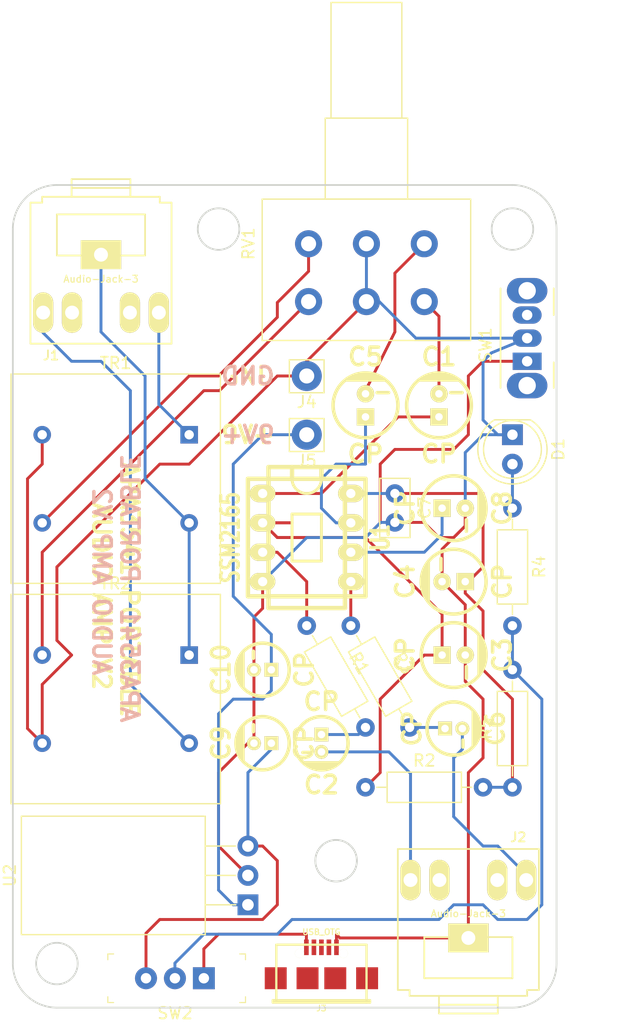
<source format=kicad_pcb>
(kicad_pcb (version 4) (host pcbnew 4.0.7)

  (general
    (links 48)
    (no_connects 0)
    (area 130.734999 29.134999 177.875001 100.405001)
    (thickness 1.6)
    (drawings 20)
    (tracks 195)
    (zones 0)
    (modules 28)
    (nets 28)
  )

  (page A4)
  (layers
    (0 F.Cu signal)
    (31 B.Cu signal)
    (32 B.Adhes user)
    (33 F.Adhes user)
    (34 B.Paste user)
    (35 F.Paste user)
    (36 B.SilkS user)
    (37 F.SilkS user)
    (38 B.Mask user)
    (39 F.Mask user)
    (40 Dwgs.User user)
    (41 Cmts.User user)
    (42 Eco1.User user)
    (43 Eco2.User user)
    (44 Edge.Cuts user)
    (45 Margin user)
    (46 B.CrtYd user)
    (47 F.CrtYd user)
    (48 B.Fab user)
    (49 F.Fab user)
  )

  (setup
    (last_trace_width 0.25)
    (trace_clearance 0.2)
    (zone_clearance 0.508)
    (zone_45_only no)
    (trace_min 0.2)
    (segment_width 0.2)
    (edge_width 0.15)
    (via_size 0.6)
    (via_drill 0.4)
    (via_min_size 0.4)
    (via_min_drill 0.3)
    (uvia_size 0.3)
    (uvia_drill 0.1)
    (uvias_allowed no)
    (uvia_min_size 0.2)
    (uvia_min_drill 0.1)
    (pcb_text_width 0.3)
    (pcb_text_size 1.5 1.5)
    (mod_edge_width 0.15)
    (mod_text_size 1 1)
    (mod_text_width 0.15)
    (pad_size 1.524 1.524)
    (pad_drill 0.762)
    (pad_to_mask_clearance 0.2)
    (aux_axis_origin 177.8 29.21)
    (visible_elements 7FFFF7EF)
    (pcbplotparams
      (layerselection 0x00030_80000001)
      (usegerberextensions false)
      (excludeedgelayer true)
      (linewidth 0.100000)
      (plotframeref false)
      (viasonmask false)
      (mode 1)
      (useauxorigin false)
      (hpglpennumber 1)
      (hpglpenspeed 20)
      (hpglpendiameter 15)
      (hpglpenoverlay 2)
      (psnegative false)
      (psa4output false)
      (plotreference true)
      (plotvalue true)
      (plotinvisibletext false)
      (padsonsilk false)
      (subtractmaskfromsilk false)
      (outputformat 1)
      (mirror false)
      (drillshape 1)
      (scaleselection 1)
      (outputdirectory ""))
  )

  (net 0 "")
  (net 1 "Net-(C1-Pad1)")
  (net 2 "Net-(C1-Pad2)")
  (net 3 "Net-(C2-Pad1)")
  (net 4 "Net-(C2-Pad2)")
  (net 5 2)
  (net 6 input_gnd)
  (net 7 8)
  (net 8 "Net-(C5-Pad1)")
  (net 9 "Net-(C5-Pad2)")
  (net 10 "Net-(C6-Pad1)")
  (net 11 "Net-(C6-Pad2)")
  (net 12 "Net-(C8-Pad1)")
  (net 13 "Net-(C9-Pad1)")
  (net 14 "Net-(C10-Pad1)")
  (net 15 "Net-(D1-Pad2)")
  (net 16 "Net-(J3-Pad1)")
  (net 17 "Net-(J3-Pad2)")
  (net 18 "Net-(J3-Pad3)")
  (net 19 "Net-(J3-Pad4)")
  (net 20 "Net-(R1-Pad1)")
  (net 21 "Net-(R3-Pad1)")
  (net 22 "Net-(R4-Pad2)")
  (net 23 R-O)
  (net 24 L-O)
  (net 25 "Net-(J1-Pad3)")
  (net 26 "Net-(J1-Pad2)")
  (net 27 "Net-(J1-Pad1)")

  (net_class Default "This is the default net class."
    (clearance 0.2)
    (trace_width 0.25)
    (via_dia 0.6)
    (via_drill 0.4)
    (uvia_dia 0.3)
    (uvia_drill 0.1)
    (add_net 2)
    (add_net 8)
    (add_net L-O)
    (add_net "Net-(C1-Pad1)")
    (add_net "Net-(C1-Pad2)")
    (add_net "Net-(C10-Pad1)")
    (add_net "Net-(C2-Pad1)")
    (add_net "Net-(C2-Pad2)")
    (add_net "Net-(C5-Pad1)")
    (add_net "Net-(C5-Pad2)")
    (add_net "Net-(C6-Pad1)")
    (add_net "Net-(C6-Pad2)")
    (add_net "Net-(C8-Pad1)")
    (add_net "Net-(C9-Pad1)")
    (add_net "Net-(D1-Pad2)")
    (add_net "Net-(J1-Pad1)")
    (add_net "Net-(J1-Pad2)")
    (add_net "Net-(J1-Pad3)")
    (add_net "Net-(J3-Pad1)")
    (add_net "Net-(J3-Pad2)")
    (add_net "Net-(J3-Pad3)")
    (add_net "Net-(J3-Pad4)")
    (add_net "Net-(R1-Pad1)")
    (add_net "Net-(R3-Pad1)")
    (add_net "Net-(R4-Pad2)")
    (add_net R-O)
    (add_net input_gnd)
  )

  (module TO_SOT_Packages_THT:TO-220-3_Horizontal (layer F.Cu) (tedit 58CE52AD) (tstamp 5B441F40)
    (at 151.13 91.44 90)
    (descr "TO-220-3, Horizontal, RM 2.54mm")
    (tags "TO-220-3 Horizontal RM 2.54mm")
    (path /5B6F7604)
    (fp_text reference U2 (at 2.54 -20.58 90) (layer F.SilkS)
      (effects (font (size 1 1) (thickness 0.15)))
    )
    (fp_text value LM7805_TO220 (at 2.54 1.9 90) (layer F.Fab)
      (effects (font (size 1 1) (thickness 0.15)))
    )
    (fp_text user %R (at 2.54 -20.58 90) (layer F.Fab)
      (effects (font (size 1 1) (thickness 0.15)))
    )
    (fp_line (start -2.46 -13.06) (end -2.46 -19.46) (layer F.Fab) (width 0.1))
    (fp_line (start -2.46 -19.46) (end 7.54 -19.46) (layer F.Fab) (width 0.1))
    (fp_line (start 7.54 -19.46) (end 7.54 -13.06) (layer F.Fab) (width 0.1))
    (fp_line (start 7.54 -13.06) (end -2.46 -13.06) (layer F.Fab) (width 0.1))
    (fp_line (start -2.46 -3.81) (end -2.46 -13.06) (layer F.Fab) (width 0.1))
    (fp_line (start -2.46 -13.06) (end 7.54 -13.06) (layer F.Fab) (width 0.1))
    (fp_line (start 7.54 -13.06) (end 7.54 -3.81) (layer F.Fab) (width 0.1))
    (fp_line (start 7.54 -3.81) (end -2.46 -3.81) (layer F.Fab) (width 0.1))
    (fp_line (start 0 -3.81) (end 0 0) (layer F.Fab) (width 0.1))
    (fp_line (start 2.54 -3.81) (end 2.54 0) (layer F.Fab) (width 0.1))
    (fp_line (start 5.08 -3.81) (end 5.08 0) (layer F.Fab) (width 0.1))
    (fp_line (start -2.58 -3.69) (end 7.66 -3.69) (layer F.SilkS) (width 0.12))
    (fp_line (start -2.58 -19.58) (end 7.66 -19.58) (layer F.SilkS) (width 0.12))
    (fp_line (start -2.58 -19.58) (end -2.58 -3.69) (layer F.SilkS) (width 0.12))
    (fp_line (start 7.66 -19.58) (end 7.66 -3.69) (layer F.SilkS) (width 0.12))
    (fp_line (start 0 -3.69) (end 0 -1.05) (layer F.SilkS) (width 0.12))
    (fp_line (start 2.54 -3.69) (end 2.54 -1.066) (layer F.SilkS) (width 0.12))
    (fp_line (start 5.08 -3.69) (end 5.08 -1.066) (layer F.SilkS) (width 0.12))
    (fp_line (start -2.71 -19.71) (end -2.71 1.15) (layer F.CrtYd) (width 0.05))
    (fp_line (start -2.71 1.15) (end 7.79 1.15) (layer F.CrtYd) (width 0.05))
    (fp_line (start 7.79 1.15) (end 7.79 -19.71) (layer F.CrtYd) (width 0.05))
    (fp_line (start 7.79 -19.71) (end -2.71 -19.71) (layer F.CrtYd) (width 0.05))
    (fp_circle (center 2.54 -16.66) (end 4.39 -16.66) (layer F.Fab) (width 0.1))
    (pad 0 np_thru_hole oval (at 2.54 -16.66 90) (size 3.5 3.5) (drill 3.5) (layers *.Cu *.Mask))
    (pad 1 thru_hole rect (at 0 0 90) (size 1.8 1.8) (drill 1) (layers *.Cu *.Mask)
      (net 14 "Net-(C10-Pad1)"))
    (pad 2 thru_hole oval (at 2.54 0 90) (size 1.8 1.8) (drill 1) (layers *.Cu *.Mask)
      (net 6 input_gnd))
    (pad 3 thru_hole oval (at 5.08 0 90) (size 1.8 1.8) (drill 1) (layers *.Cu *.Mask)
      (net 13 "Net-(C9-Pad1)"))
    (model ${KISYS3DMOD}/TO_SOT_Packages_THT.3dshapes/TO-220-3_Horizontal.wrl
      (at (xyz 0.1 0 0))
      (scale (xyz 0.393701 0.393701 0.393701))
      (rotate (xyz 0 0 0))
    )
  )

  (module test:fixed-Transformer_NF_ETAL_1-1_P1200 (layer F.Cu) (tedit 5B4E93C7) (tstamp 5B4E965D)
    (at 146.05 69.85)
    (descr "NF-Transformer, 1:1, ETAL P1200,")
    (tags "NF-Transformer 1to1 ETAL P1200 ")
    (path /5B480FA1)
    (fp_text reference TR2 (at -6.35 -6.2) (layer F.SilkS)
      (effects (font (size 1 1) (thickness 0.15)))
    )
    (fp_text value TR60_IC2 (at -5.8 14.1) (layer F.Fab)
      (effects (font (size 1 1) (thickness 0.15)))
    )
    (fp_line (start -1.27 3.81) (end 0 3.81) (layer B.CrtYd) (width 0.15))
    (fp_line (start 0 3.81) (end 0 5.08) (layer B.CrtYd) (width 0.15))
    (fp_line (start 0 5.08) (end -1.27 5.08) (layer B.CrtYd) (width 0.15))
    (fp_line (start -1.27 5.08) (end -1.27 6.35) (layer B.CrtYd) (width 0.15))
    (fp_line (start -1.27 6.35) (end 0 6.35) (layer B.CrtYd) (width 0.15))
    (fp_text user %R (at -11 10) (layer F.Fab)
      (effects (font (size 1 1) (thickness 0.15)))
    )
    (fp_line (start -15.4 -5.25) (end 2.7 -5.25) (layer F.SilkS) (width 0.12))
    (fp_line (start 2.7 -5.25) (end 2.7 12.85) (layer F.SilkS) (width 0.12))
    (fp_line (start 2.7 12.85) (end -15.4 12.85) (layer F.SilkS) (width 0.12))
    (fp_line (start -15.4 12.85) (end -15.4 -5.25) (layer F.SilkS) (width 0.12))
    (fp_line (start -13.25 4.26) (end -12.26 4.26) (layer F.Fab) (width 0.1))
    (fp_line (start -12.26 4.26) (end -12.75 4.87) (layer F.Fab) (width 0.1))
    (fp_line (start -12.75 4.87) (end -12.44 4.89) (layer F.Fab) (width 0.1))
    (fp_line (start -12.44 4.89) (end -12.27 5.08) (layer F.Fab) (width 0.1))
    (fp_line (start -12.27 5.08) (end -12.23 5.36) (layer F.Fab) (width 0.1))
    (fp_line (start -12.23 5.36) (end -12.3 5.64) (layer F.Fab) (width 0.1))
    (fp_line (start -12.3 5.64) (end -12.46 5.79) (layer F.Fab) (width 0.1))
    (fp_line (start -12.46 5.79) (end -12.68 5.82) (layer F.Fab) (width 0.1))
    (fp_line (start -12.68 5.82) (end -12.86 5.8) (layer F.Fab) (width 0.1))
    (fp_line (start -12.86 5.8) (end -13.02 5.78) (layer F.Fab) (width 0.1))
    (fp_line (start -13.02 5.78) (end -13.17 5.67) (layer F.Fab) (width 0.1))
    (fp_line (start -12.58 -2.79) (end -12.6 -1.77) (layer F.Fab) (width 0.1))
    (fp_line (start -12.97 -3.49) (end -13.39 -2.28) (layer F.Fab) (width 0.1))
    (fp_line (start -13.39 -2.28) (end -12.32 -2.3) (layer F.Fab) (width 0.1))
    (fp_line (start -0.36 -1.79) (end 0.63 -1.79) (layer F.Fab) (width 0.1))
    (fp_line (start -0.4 -2.75) (end 0.13 -3.24) (layer F.Fab) (width 0.1))
    (fp_line (start 0.13 -3.24) (end 0.13 -1.77) (layer F.Fab) (width 0.1))
    (fp_line (start -7.76 -2.97) (end -7.14 -2.99) (layer F.Fab) (width 0.1))
    (fp_line (start -5.53 -3.04) (end -4.89 -3.04) (layer F.Fab) (width 0.1))
    (fp_line (start -6.25 -3.11) (end -6.33 -3.11) (layer F.Fab) (width 0.1))
    (fp_line (start -6.32 -3.91) (end -6.37 -3.89) (layer F.Fab) (width 0.1))
    (fp_line (start -5.68 -4.07) (end -5.18 -4.49) (layer F.Fab) (width 0.1))
    (fp_line (start -5.18 -4.49) (end -5.18 -3.04) (layer F.Fab) (width 0.1))
    (fp_line (start -7.92 -4.01) (end -7.38 -4.49) (layer F.Fab) (width 0.1))
    (fp_line (start -7.38 -4.49) (end -7.38 -2.98) (layer F.Fab) (width 0.1))
    (fp_line (start -1.53 -0.19) (end -3.29 -0.23) (layer F.Fab) (width 0.1))
    (fp_line (start -3.29 -0.23) (end -3.6 -0.17) (layer F.Fab) (width 0.1))
    (fp_line (start -3.6 -0.17) (end -3.93 0.02) (layer F.Fab) (width 0.1))
    (fp_line (start -3.93 0.02) (end -4.24 0.31) (layer F.Fab) (width 0.1))
    (fp_line (start -4.24 0.31) (end -4.36 0.7) (layer F.Fab) (width 0.1))
    (fp_line (start -4.36 0.7) (end -4.33 1.07) (layer F.Fab) (width 0.1))
    (fp_line (start -4.33 1.07) (end -4.18 1.45) (layer F.Fab) (width 0.1))
    (fp_line (start -4.18 1.45) (end -3.93 1.64) (layer F.Fab) (width 0.1))
    (fp_line (start -3.93 1.64) (end -3.47 1.85) (layer F.Fab) (width 0.1))
    (fp_line (start -3.47 1.85) (end -3.22 1.85) (layer F.Fab) (width 0.1))
    (fp_line (start -3.22 1.85) (end -3.7 1.94) (layer F.Fab) (width 0.1))
    (fp_line (start -3.7 1.94) (end -4.2 2.26) (layer F.Fab) (width 0.1))
    (fp_line (start -4.2 2.26) (end -4.34 2.57) (layer F.Fab) (width 0.1))
    (fp_line (start -4.34 2.57) (end -4.36 2.92) (layer F.Fab) (width 0.1))
    (fp_line (start -4.36 2.92) (end -4.24 3.29) (layer F.Fab) (width 0.1))
    (fp_line (start -4.24 3.29) (end -3.95 3.6) (layer F.Fab) (width 0.1))
    (fp_line (start -3.95 3.6) (end -3.63 3.79) (layer F.Fab) (width 0.1))
    (fp_line (start -3.63 3.79) (end -3.19 3.81) (layer F.Fab) (width 0.1))
    (fp_line (start -3.19 3.81) (end -3.67 3.88) (layer F.Fab) (width 0.1))
    (fp_line (start -3.67 3.88) (end -4.02 4.08) (layer F.Fab) (width 0.1))
    (fp_line (start -4.02 4.08) (end -4.24 4.36) (layer F.Fab) (width 0.1))
    (fp_line (start -4.24 4.36) (end -4.34 4.68) (layer F.Fab) (width 0.1))
    (fp_line (start -4.34 4.68) (end -4.33 5.04) (layer F.Fab) (width 0.1))
    (fp_line (start -4.33 5.04) (end -4.18 5.39) (layer F.Fab) (width 0.1))
    (fp_line (start -4.18 5.39) (end -3.92 5.62) (layer F.Fab) (width 0.1))
    (fp_line (start -3.92 5.62) (end -3.61 5.78) (layer F.Fab) (width 0.1))
    (fp_line (start -3.61 5.78) (end -3.37 5.84) (layer F.Fab) (width 0.1))
    (fp_line (start -3.37 5.84) (end -3.15 5.84) (layer F.Fab) (width 0.1))
    (fp_line (start -3.15 5.84) (end -3.88 5.96) (layer F.Fab) (width 0.1))
    (fp_line (start -3.88 5.96) (end -4.17 6.21) (layer F.Fab) (width 0.1))
    (fp_line (start -4.17 6.21) (end -4.31 6.57) (layer F.Fab) (width 0.1))
    (fp_line (start -4.31 6.57) (end -4.34 6.89) (layer F.Fab) (width 0.1))
    (fp_line (start -4.34 6.89) (end -4.24 7.26) (layer F.Fab) (width 0.1))
    (fp_line (start -4.24 7.26) (end -4.04 7.49) (layer F.Fab) (width 0.1))
    (fp_line (start -4.04 7.49) (end -3.76 7.74) (layer F.Fab) (width 0.1))
    (fp_line (start -3.76 7.74) (end -3.38 7.81) (layer F.Fab) (width 0.1))
    (fp_line (start -3.38 7.81) (end -1.45 7.81) (layer F.Fab) (width 0.1))
    (fp_line (start -11.35 -0.19) (end -9.35 -0.19) (layer F.Fab) (width 0.1))
    (fp_line (start -9.35 -0.19) (end -8.97 -0.14) (layer F.Fab) (width 0.1))
    (fp_line (start -8.97 -0.14) (end -8.68 0.08) (layer F.Fab) (width 0.1))
    (fp_line (start -8.68 0.08) (end -8.45 0.31) (layer F.Fab) (width 0.1))
    (fp_line (start -8.45 0.31) (end -8.4 0.52) (layer F.Fab) (width 0.1))
    (fp_line (start -8.4 0.52) (end -8.34 0.86) (layer F.Fab) (width 0.1))
    (fp_line (start -8.34 0.86) (end -8.4 1.29) (layer F.Fab) (width 0.1))
    (fp_line (start -8.4 1.29) (end -8.58 1.48) (layer F.Fab) (width 0.1))
    (fp_line (start -8.58 1.48) (end -8.79 1.62) (layer F.Fab) (width 0.1))
    (fp_line (start -8.79 1.62) (end -9.2 1.8) (layer F.Fab) (width 0.1))
    (fp_line (start -9.2 1.8) (end -9.36 1.8) (layer F.Fab) (width 0.1))
    (fp_line (start -9.36 1.8) (end -9.07 1.89) (layer F.Fab) (width 0.1))
    (fp_line (start -9.07 1.89) (end -8.75 2) (layer F.Fab) (width 0.1))
    (fp_line (start -8.75 2) (end -8.49 2.19) (layer F.Fab) (width 0.1))
    (fp_line (start -8.49 2.19) (end -8.42 2.49) (layer F.Fab) (width 0.1))
    (fp_line (start -8.42 2.49) (end -8.38 2.83) (layer F.Fab) (width 0.1))
    (fp_line (start -8.38 2.83) (end -8.42 3.15) (layer F.Fab) (width 0.1))
    (fp_line (start -8.42 3.15) (end -8.56 3.38) (layer F.Fab) (width 0.1))
    (fp_line (start -8.56 3.38) (end -8.66 3.53) (layer F.Fab) (width 0.1))
    (fp_line (start -8.66 3.53) (end -8.9 3.69) (layer F.Fab) (width 0.1))
    (fp_line (start -8.9 3.69) (end -9.14 3.79) (layer F.Fab) (width 0.1))
    (fp_line (start -9.14 3.79) (end -9.29 3.79) (layer F.Fab) (width 0.1))
    (fp_line (start -9.29 3.79) (end -9.02 3.88) (layer F.Fab) (width 0.1))
    (fp_line (start -9.02 3.88) (end -8.77 4.01) (layer F.Fab) (width 0.1))
    (fp_line (start -8.77 4.01) (end -8.52 4.25) (layer F.Fab) (width 0.1))
    (fp_line (start -8.52 4.25) (end -8.42 4.47) (layer F.Fab) (width 0.1))
    (fp_line (start -8.42 4.47) (end -8.36 4.75) (layer F.Fab) (width 0.1))
    (fp_line (start -8.36 4.75) (end -8.38 5.02) (layer F.Fab) (width 0.1))
    (fp_line (start -8.38 5.02) (end -8.45 5.29) (layer F.Fab) (width 0.1))
    (fp_line (start -8.45 5.29) (end -8.63 5.5) (layer F.Fab) (width 0.1))
    (fp_line (start -8.63 5.5) (end -8.79 5.64) (layer F.Fab) (width 0.1))
    (fp_line (start -8.79 5.64) (end -8.97 5.73) (layer F.Fab) (width 0.1))
    (fp_line (start -8.97 5.73) (end -9.3 5.77) (layer F.Fab) (width 0.1))
    (fp_line (start -9.3 5.77) (end -9.04 5.85) (layer F.Fab) (width 0.1))
    (fp_line (start -9.04 5.85) (end -8.77 6.01) (layer F.Fab) (width 0.1))
    (fp_line (start -8.77 6.01) (end -8.58 6.25) (layer F.Fab) (width 0.1))
    (fp_line (start -8.58 6.25) (end -8.45 6.46) (layer F.Fab) (width 0.1))
    (fp_line (start -8.45 6.46) (end -8.4 6.69) (layer F.Fab) (width 0.1))
    (fp_line (start -8.4 6.69) (end -8.4 6.96) (layer F.Fab) (width 0.1))
    (fp_line (start -8.4 6.96) (end -8.49 7.28) (layer F.Fab) (width 0.1))
    (fp_line (start -8.49 7.28) (end -8.61 7.49) (layer F.Fab) (width 0.1))
    (fp_line (start -8.61 7.49) (end -8.82 7.69) (layer F.Fab) (width 0.1))
    (fp_line (start -8.82 7.69) (end -9.09 7.74) (layer F.Fab) (width 0.1))
    (fp_line (start -9.09 7.74) (end -9.3 7.79) (layer F.Fab) (width 0.1))
    (fp_line (start -9.3 7.79) (end -9.36 7.77) (layer F.Fab) (width 0.1))
    (fp_line (start -9.36 7.77) (end -11.28 7.76) (layer F.Fab) (width 0.1))
    (fp_line (start -6.35 -2.19) (end -6.35 9.81) (layer F.Fab) (width 0.1))
    (fp_line (start 2.65 -5.19) (end -15.35 -5.19) (layer F.Fab) (width 0.1))
    (fp_line (start -15.35 -5.19) (end -15.35 12.81) (layer F.Fab) (width 0.1))
    (fp_line (start -15.35 12.81) (end 2.65 12.81) (layer F.Fab) (width 0.1))
    (fp_line (start 2.65 12.81) (end 2.65 -5.19) (layer F.Fab) (width 0.1))
    (fp_line (start -15.6 -5.44) (end 2.9 -5.44) (layer F.CrtYd) (width 0.05))
    (fp_line (start -15.6 -5.44) (end -15.6 13.06) (layer F.CrtYd) (width 0.05))
    (fp_line (start 2.9 13.06) (end 2.9 -5.44) (layer F.CrtYd) (width 0.05))
    (fp_line (start 2.9 13.06) (end -15.6 13.06) (layer F.CrtYd) (width 0.05))
    (pad 4 thru_hole circle (at -12.7 0) (size 1.52 1.52) (drill 0.81) (layers *.Cu *.Mask)
      (net 24 L-O))
    (pad 3 thru_hole circle (at -12.7 7.62) (size 1.52 1.52) (drill 0.81) (layers *.Cu *.Mask)
      (net 6 input_gnd))
    (pad 1 thru_hole rect (at 0 0) (size 1.52 1.52) (drill 0.81) (layers *.Cu *.Mask)
      (net 25 "Net-(J1-Pad3)"))
    (pad 2 thru_hole circle (at 0 7.62) (size 1.52 1.52) (drill 0.81) (layers *.Cu *.Mask)
      (net 27 "Net-(J1-Pad1)"))
    (model ${KISYS3DMOD}/Transformers_THT.3dshapes\Transformer_NF_ETAL_1-1_P1200.wrl
      (at (xyz 0 0 0))
      (scale (xyz 0.39 0.39 0.39))
      (rotate (xyz 0 0 0))
    )
  )

  (module Resistors_THT:R_Axial_DIN0207_L6.3mm_D2.5mm_P10.16mm_Horizontal (layer F.Cu) (tedit 5874F706) (tstamp 5B441F06)
    (at 160.02 67.31 300)
    (descr "Resistor, Axial_DIN0207 series, Axial, Horizontal, pin pitch=10.16mm, 0.25W = 1/4W, length*diameter=6.3*2.5mm^2, http://cdn-reichelt.de/documents/datenblatt/B400/1_4W%23YAG.pdf")
    (tags "Resistor Axial_DIN0207 series Axial Horizontal pin pitch 10.16mm 0.25W = 1/4W length 6.3mm diameter 2.5mm")
    (path /5B3FE2C3)
    (fp_text reference R3 (at 5.08 -2.31 300) (layer F.SilkS)
      (effects (font (size 1 1) (thickness 0.15)))
    )
    (fp_text value R (at 5.08 2.31 300) (layer F.Fab)
      (effects (font (size 1 1) (thickness 0.15)))
    )
    (fp_line (start 1.93 -1.25) (end 1.93 1.25) (layer F.Fab) (width 0.1))
    (fp_line (start 1.93 1.25) (end 8.23 1.25) (layer F.Fab) (width 0.1))
    (fp_line (start 8.23 1.25) (end 8.23 -1.25) (layer F.Fab) (width 0.1))
    (fp_line (start 8.23 -1.25) (end 1.93 -1.25) (layer F.Fab) (width 0.1))
    (fp_line (start 0 0) (end 1.93 0) (layer F.Fab) (width 0.1))
    (fp_line (start 10.16 0) (end 8.23 0) (layer F.Fab) (width 0.1))
    (fp_line (start 1.87 -1.31) (end 1.87 1.31) (layer F.SilkS) (width 0.12))
    (fp_line (start 1.87 1.31) (end 8.29 1.31) (layer F.SilkS) (width 0.12))
    (fp_line (start 8.29 1.31) (end 8.29 -1.31) (layer F.SilkS) (width 0.12))
    (fp_line (start 8.29 -1.31) (end 1.87 -1.31) (layer F.SilkS) (width 0.12))
    (fp_line (start 0.98 0) (end 1.87 0) (layer F.SilkS) (width 0.12))
    (fp_line (start 9.18 0) (end 8.29 0) (layer F.SilkS) (width 0.12))
    (fp_line (start -1.05 -1.6) (end -1.05 1.6) (layer F.CrtYd) (width 0.05))
    (fp_line (start -1.05 1.6) (end 11.25 1.6) (layer F.CrtYd) (width 0.05))
    (fp_line (start 11.25 1.6) (end 11.25 -1.6) (layer F.CrtYd) (width 0.05))
    (fp_line (start 11.25 -1.6) (end -1.05 -1.6) (layer F.CrtYd) (width 0.05))
    (pad 1 thru_hole circle (at 0 0 300) (size 1.6 1.6) (drill 0.8) (layers *.Cu *.Mask)
      (net 21 "Net-(R3-Pad1)"))
    (pad 2 thru_hole oval (at 10.16 0 300) (size 1.6 1.6) (drill 0.8) (layers *.Cu *.Mask)
      (net 10 "Net-(C6-Pad1)"))
    (model ${KISYS3DMOD}/Resistors_THT.3dshapes/R_Axial_DIN0207_L6.3mm_D2.5mm_P10.16mm_Horizontal.wrl
      (at (xyz 0 0 0))
      (scale (xyz 0.393701 0.393701 0.393701))
      (rotate (xyz 0 0 0))
    )
  )

  (module w_capacitors:CP_4x7mm (layer F.Cu) (tedit 0) (tstamp 5B441EBB)
    (at 152.4 77.47 90)
    (descr "Capacitor, pol, cyl 4x7mm")
    (path /5B414320)
    (fp_text reference C9 (at 0 -3.6 90) (layer F.SilkS)
      (effects (font (thickness 0.3048)))
    )
    (fp_text value CP (at 0 3.6 90) (layer F.SilkS)
      (effects (font (thickness 0.3048)))
    )
    (fp_line (start -0.7 -2.1) (end 0.7 -2.1) (layer F.SilkS) (width 0.3048))
    (fp_line (start -1.2 -1.9) (end 1.2 -1.9) (layer F.SilkS) (width 0.3048))
    (fp_line (start -1.5 -1.7) (end 1.5 -1.7) (layer F.SilkS) (width 0.3048))
    (fp_line (start 1 -0.8) (end 1.6 -0.8) (layer F.SilkS) (width 0.3))
    (fp_circle (center 0 0) (end -2.3 0) (layer F.SilkS) (width 0.3048))
    (pad 1 thru_hole rect (at 0 0.75 90) (size 1.2 1.2) (drill 0.65) (layers *.Cu *.Mask F.SilkS)
      (net 13 "Net-(C9-Pad1)"))
    (pad 2 thru_hole circle (at 0 -0.75 90) (size 1.2 1.2) (drill 0.65) (layers *.Cu *.Mask F.SilkS)
      (net 6 input_gnd))
    (model walter/capacitors/cp_4x7mm.wrl
      (at (xyz 0 0 0))
      (scale (xyz 1 1 1))
      (rotate (xyz 0 0 0))
    )
  )

  (module Potentiometers:Potentiometer_Alps_RK163_Double_Vertical (layer F.Cu) (tedit 58826D39) (tstamp 5B441F1C)
    (at 166.37 34.29 90)
    (descr "Potentiometer, vertically mounted, Omeg PC16PU, Omeg PC16PU, Omeg PC16PU, Vishay/Spectrol 248GJ/249GJ Single, Vishay/Spectrol 248GJ/249GJ Single, Vishay/Spectrol 248GJ/249GJ Single, Vishay/Spectrol 248GH/249GH Single, Vishay/Spectrol 148/149 Single, Vishay/Spectrol 148/149 Single, Vishay/Spectrol 148/149 Single, Vishay/Spectrol 148A/149A Single with mounting plates, Vishay/Spectrol 148/149 Double, Vishay/Spectrol 148A/149A Double with mounting plates, Piher PC-16 Single, Piher PC-16 Single, Piher PC-16 Single, Piher PC-16SV Single, Piher PC-16 Double, Piher PC-16 Triple, Piher T16H Single, Piher T16L Single, Piher T16H Double, Alps RK163 Single, Alps RK163 Double, http://www.alps.com/prod/info/E/PDF/Potentiometer/MetalShaft/RK163/RK163.PDF")
    (tags "Potentiometer vertical  Omeg PC16PU  Omeg PC16PU  Omeg PC16PU  Vishay/Spectrol 248GJ/249GJ Single  Vishay/Spectrol 248GJ/249GJ Single  Vishay/Spectrol 248GJ/249GJ Single  Vishay/Spectrol 248GH/249GH Single  Vishay/Spectrol 148/149 Single  Vishay/Spectrol 148/149 Single  Vishay/Spectrol 148/149 Single  Vishay/Spectrol 148A/149A Single with mounting plates  Vishay/Spectrol 148/149 Double  Vishay/Spectrol 148A/149A Double with mounting plates  Piher PC-16 Single  Piher PC-16 Single  Piher PC-16 Single  Piher PC-16SV Single  Piher PC-16 Double  Piher PC-16 Triple  Piher T16H Single  Piher T16L Single  Piher T16H Double  Alps RK163 Single  Alps RK163 Double")
    (path /5B404BFC)
    (fp_text reference RV1 (at 0 -15.2 90) (layer F.SilkS)
      (effects (font (size 1 1) (thickness 0.15)))
    )
    (fp_text value POT_Dual_Separate (at 0 5.2 90) (layer F.Fab)
      (effects (font (size 1 1) (thickness 0.15)))
    )
    (fp_line (start -8.3 -13.95) (end -8.3 3.95) (layer F.Fab) (width 0.1))
    (fp_line (start -8.3 3.95) (end 3.8 3.95) (layer F.Fab) (width 0.1))
    (fp_line (start 3.8 3.95) (end 3.8 -13.95) (layer F.Fab) (width 0.1))
    (fp_line (start 3.8 -13.95) (end -8.3 -13.95) (layer F.Fab) (width 0.1))
    (fp_line (start 3.8 -8.5) (end 3.8 -1.5) (layer F.Fab) (width 0.1))
    (fp_line (start 3.8 -1.5) (end 10.8 -1.5) (layer F.Fab) (width 0.1))
    (fp_line (start 10.8 -1.5) (end 10.8 -8.5) (layer F.Fab) (width 0.1))
    (fp_line (start 10.8 -8.5) (end 3.8 -8.5) (layer F.Fab) (width 0.1))
    (fp_line (start 10.8 -8) (end 10.8 -2) (layer F.Fab) (width 0.1))
    (fp_line (start 10.8 -2) (end 20.8 -2) (layer F.Fab) (width 0.1))
    (fp_line (start 20.8 -2) (end 20.8 -8) (layer F.Fab) (width 0.1))
    (fp_line (start 20.8 -8) (end 10.8 -8) (layer F.Fab) (width 0.1))
    (fp_line (start -8.361 -14.01) (end 3.86 -14.01) (layer F.SilkS) (width 0.12))
    (fp_line (start -8.361 4.011) (end 3.86 4.011) (layer F.SilkS) (width 0.12))
    (fp_line (start -8.361 -14.01) (end -8.361 4.011) (layer F.SilkS) (width 0.12))
    (fp_line (start 3.86 -14.01) (end 3.86 4.011) (layer F.SilkS) (width 0.12))
    (fp_line (start 3.86 -8.56) (end 10.86 -8.56) (layer F.SilkS) (width 0.12))
    (fp_line (start 3.86 -1.44) (end 10.86 -1.44) (layer F.SilkS) (width 0.12))
    (fp_line (start 3.86 -8.56) (end 3.86 -1.44) (layer F.SilkS) (width 0.12))
    (fp_line (start 10.86 -8.56) (end 10.86 -1.44) (layer F.SilkS) (width 0.12))
    (fp_line (start 10.86 -8.06) (end 20.86 -8.06) (layer F.SilkS) (width 0.12))
    (fp_line (start 10.86 -1.94) (end 20.86 -1.94) (layer F.SilkS) (width 0.12))
    (fp_line (start 10.86 -8.06) (end 10.86 -1.94) (layer F.SilkS) (width 0.12))
    (fp_line (start 20.86 -8.06) (end 20.86 -1.94) (layer F.SilkS) (width 0.12))
    (fp_line (start -8.55 -14.2) (end -8.55 4.2) (layer F.CrtYd) (width 0.05))
    (fp_line (start -8.55 4.2) (end 21.05 4.2) (layer F.CrtYd) (width 0.05))
    (fp_line (start 21.05 4.2) (end 21.05 -14.2) (layer F.CrtYd) (width 0.05))
    (fp_line (start 21.05 -14.2) (end -8.55 -14.2) (layer F.CrtYd) (width 0.05))
    (pad 3 thru_hole circle (at 0 -10 90) (size 2.34 2.34) (drill 1.3) (layers *.Cu *.Mask)
      (net 23 R-O))
    (pad 2 thru_hole circle (at 0 -5 90) (size 2.34 2.34) (drill 1.3) (layers *.Cu *.Mask)
      (net 6 input_gnd))
    (pad 1 thru_hole circle (at 0 0 90) (size 2.34 2.34) (drill 1.3) (layers *.Cu *.Mask)
      (net 9 "Net-(C5-Pad2)"))
    (pad 6 thru_hole circle (at -5 -10 90) (size 2.34 2.34) (drill 1.3) (layers *.Cu *.Mask)
      (net 24 L-O))
    (pad 5 thru_hole circle (at -5 -5 90) (size 2.34 2.34) (drill 1.3) (layers *.Cu *.Mask)
      (net 6 input_gnd))
    (pad 4 thru_hole circle (at -5 0 90) (size 2.34 2.34) (drill 1.3) (layers *.Cu *.Mask)
      (net 2 "Net-(C1-Pad2)"))
    (model Potentiometers.3dshapes/Potentiometer_Alps_RK163_Double_Vertical.wrl
      (at (xyz 0 0 0))
      (scale (xyz 1 1 1))
      (rotate (xyz 0 0 0))
    )
  )

  (module Buttons_Switches_THT2:SW_CuK_OS102011MA1QN1_SPDT_Angled (layer F.Cu) (tedit 59AFFC74) (tstamp 5B441F25)
    (at 175.26 44.45 90)
    (descr "CuK miniature slide switch, OS series, SPDT, right angle, http://www.ckswitches.com/media/1428/os.pdf")
    (tags "switch SPDT")
    (path /5B3FC7A5)
    (fp_text reference SW1 (at 1.4 -3.6 90) (layer F.SilkS)
      (effects (font (size 1 1) (thickness 0.15)))
    )
    (fp_text value SW_SPST (at 1.7 7.7 90) (layer F.Fab)
      (effects (font (size 1 1) (thickness 0.15)))
    )
    (fp_text user %R (at 2.3 1.7 90) (layer F.Fab)
      (effects (font (size 0.5 0.5) (thickness 0.1)))
    )
    (fp_line (start -2.3 -2.2) (end 6.3 -2.2) (layer F.Fab) (width 0.1))
    (fp_line (start -2.3 -2.2) (end -2.3 2.2) (layer F.Fab) (width 0.1))
    (fp_line (start -2.3 2.2) (end 6.3 2.2) (layer F.Fab) (width 0.1))
    (fp_line (start 6.3 2.2) (end 6.3 -2.2) (layer F.Fab) (width 0.1))
    (fp_line (start 2 2.2) (end 2 6.2) (layer F.Fab) (width 0.1))
    (fp_line (start 2 6.2) (end 0 6.2) (layer F.Fab) (width 0.1))
    (fp_line (start 0 6.2) (end 0 2.2) (layer F.Fab) (width 0.1))
    (fp_line (start -2.3 -2.3) (end 6.3 -2.3) (layer F.SilkS) (width 0.15))
    (fp_line (start -2.3 2.3) (end -0.1 2.3) (layer F.SilkS) (width 0.15))
    (fp_line (start 4 2.3) (end 6.3 2.3) (layer F.SilkS) (width 0.15))
    (fp_line (start 7.7 -2.7) (end 7.7 6.7) (layer F.CrtYd) (width 0.05))
    (fp_line (start 7.7 6.7) (end -3.7 6.7) (layer F.CrtYd) (width 0.05))
    (fp_line (start -3.7 6.7) (end -3.7 -2.7) (layer F.CrtYd) (width 0.05))
    (fp_line (start -3.7 -2.7) (end 7.7 -2.7) (layer F.CrtYd) (width 0.05))
    (pad 1 thru_hole rect (at 0 0 90) (size 1.5 2.5) (drill 0.9) (layers *.Cu *.Mask)
      (net 5 2))
    (pad 2 thru_hole oval (at 2 0 90) (size 1.5 2.5) (drill 0.9) (layers *.Cu *.Mask)
      (net 6 input_gnd))
    (pad 3 thru_hole oval (at 4 0 90) (size 1.5 2.5) (drill 0.9) (layers *.Cu *.Mask))
    (pad "" thru_hole oval (at -2.1 0 90) (size 2.2 3.5) (drill 1.5) (layers *.Cu *.Mask))
    (pad "" thru_hole oval (at 6.1 0 90) (size 2.2 3.5) (drill 1.5) (layers *.Cu *.Mask))
    (model ${KISYS3DMOD}/Buttons_Switches_THT.3dshapes/SW_CuK_OS102011MA1QN1_SPDT_Angled.wrl
      (at (xyz 0 0 0))
      (scale (xyz 1 1 1))
      (rotate (xyz 0 0 0))
    )
  )

  (module w_capacitors:CP_5x11mm (layer F.Cu) (tedit 0) (tstamp 5B441E8B)
    (at 167.64 48.26)
    (descr "Capacitor, pol, cyl 5x11mm")
    (path /5B3FD763)
    (fp_text reference C1 (at 0 -4.2) (layer F.SilkS)
      (effects (font (thickness 0.3048)))
    )
    (fp_text value CP (at 0 4.2) (layer F.SilkS)
      (effects (font (thickness 0.3048)))
    )
    (fp_line (start -0.8 -2.6) (end 0.8 -2.6) (layer F.SilkS) (width 0.3048))
    (fp_line (start -1.3 -2.4) (end 1.3 -2.4) (layer F.SilkS) (width 0.3048))
    (fp_line (start -1.7 -2.2) (end 1.7 -2.2) (layer F.SilkS) (width 0.3048))
    (fp_circle (center 0 0) (end 2.8 0) (layer F.SilkS) (width 0.3048))
    (fp_line (start 1 -1.1) (end 2 -1.1) (layer F.SilkS) (width 0.3))
    (pad 1 thru_hole rect (at 0 1) (size 1.5 1.5) (drill 0.65) (layers *.Cu *.Mask F.SilkS)
      (net 1 "Net-(C1-Pad1)"))
    (pad 2 thru_hole circle (at 0 -1) (size 1.5 1.5) (drill 0.65) (layers *.Cu *.Mask F.SilkS)
      (net 2 "Net-(C1-Pad2)"))
    (model walter/capacitors/cp_5x11mm.wrl
      (at (xyz 0 0 0))
      (scale (xyz 1 1 1))
      (rotate (xyz 0 0 0))
    )
  )

  (module w_capacitors:CP_4x7mm (layer F.Cu) (tedit 0) (tstamp 5B441E91)
    (at 157.48 77.47 180)
    (descr "Capacitor, pol, cyl 4x7mm")
    (path /5B3FD769)
    (fp_text reference C2 (at 0 -3.6 180) (layer F.SilkS)
      (effects (font (thickness 0.3048)))
    )
    (fp_text value CP (at 0 3.6 180) (layer F.SilkS)
      (effects (font (thickness 0.3048)))
    )
    (fp_line (start -0.7 -2.1) (end 0.7 -2.1) (layer F.SilkS) (width 0.3048))
    (fp_line (start -1.2 -1.9) (end 1.2 -1.9) (layer F.SilkS) (width 0.3048))
    (fp_line (start -1.5 -1.7) (end 1.5 -1.7) (layer F.SilkS) (width 0.3048))
    (fp_line (start 1 -0.8) (end 1.6 -0.8) (layer F.SilkS) (width 0.3))
    (fp_circle (center 0 0) (end -2.3 0) (layer F.SilkS) (width 0.3048))
    (pad 1 thru_hole rect (at 0 0.75 180) (size 1.2 1.2) (drill 0.65) (layers *.Cu *.Mask F.SilkS)
      (net 3 "Net-(C2-Pad1)"))
    (pad 2 thru_hole circle (at 0 -0.75 180) (size 1.2 1.2) (drill 0.65) (layers *.Cu *.Mask F.SilkS)
      (net 4 "Net-(C2-Pad2)"))
    (model walter/capacitors/cp_4x7mm.wrl
      (at (xyz 0 0 0))
      (scale (xyz 1 1 1))
      (rotate (xyz 0 0 0))
    )
  )

  (module w_capacitors:CP_5x7mm (layer F.Cu) (tedit 0) (tstamp 5B441E97)
    (at 168.91 69.85 270)
    (descr "Capacitor, pol, cyl 5x7mm")
    (path /5B3EED8C)
    (fp_text reference C3 (at 0 -4.2 270) (layer F.SilkS)
      (effects (font (thickness 0.3048)))
    )
    (fp_text value CP (at 0 4.2 270) (layer F.SilkS)
      (effects (font (thickness 0.3048)))
    )
    (fp_line (start -0.8 -2.6) (end 0.8 -2.6) (layer F.SilkS) (width 0.3048))
    (fp_line (start -1.3 -2.4) (end 1.3 -2.4) (layer F.SilkS) (width 0.3048))
    (fp_line (start -1.7 -2.2) (end 1.7 -2.2) (layer F.SilkS) (width 0.3048))
    (fp_circle (center 0 0) (end 2.8 0) (layer F.SilkS) (width 0.3048))
    (fp_line (start 1 -1.1) (end 2 -1.1) (layer F.SilkS) (width 0.3))
    (pad 1 thru_hole rect (at 0 1 270) (size 1.5 1.5) (drill 0.65) (layers *.Cu *.Mask F.SilkS)
      (net 5 2))
    (pad 2 thru_hole circle (at 0 -1 270) (size 1.5 1.5) (drill 0.65) (layers *.Cu *.Mask F.SilkS)
      (net 6 input_gnd))
    (model walter/capacitors/cp_5x7mm.wrl
      (at (xyz 0 0 0))
      (scale (xyz 1 1 1))
      (rotate (xyz 0 0 0))
    )
  )

  (module w_capacitors:CP_5x11mm (layer F.Cu) (tedit 0) (tstamp 5B441E9D)
    (at 168.91 63.5 90)
    (descr "Capacitor, pol, cyl 5x11mm")
    (path /5B3FD149)
    (fp_text reference C4 (at 0 -4.2 90) (layer F.SilkS)
      (effects (font (thickness 0.3048)))
    )
    (fp_text value CP (at 0 4.2 90) (layer F.SilkS)
      (effects (font (thickness 0.3048)))
    )
    (fp_line (start -0.8 -2.6) (end 0.8 -2.6) (layer F.SilkS) (width 0.3048))
    (fp_line (start -1.3 -2.4) (end 1.3 -2.4) (layer F.SilkS) (width 0.3048))
    (fp_line (start -1.7 -2.2) (end 1.7 -2.2) (layer F.SilkS) (width 0.3048))
    (fp_circle (center 0 0) (end 2.8 0) (layer F.SilkS) (width 0.3048))
    (fp_line (start 1 -1.1) (end 2 -1.1) (layer F.SilkS) (width 0.3))
    (pad 1 thru_hole rect (at 0 1 90) (size 1.5 1.5) (drill 0.65) (layers *.Cu *.Mask F.SilkS)
      (net 7 8))
    (pad 2 thru_hole circle (at 0 -1 90) (size 1.5 1.5) (drill 0.65) (layers *.Cu *.Mask F.SilkS)
      (net 6 input_gnd))
    (model walter/capacitors/cp_5x11mm.wrl
      (at (xyz 0 0 0))
      (scale (xyz 1 1 1))
      (rotate (xyz 0 0 0))
    )
  )

  (module w_capacitors:CP_5x11mm (layer F.Cu) (tedit 0) (tstamp 5B441EA3)
    (at 161.29 48.26)
    (descr "Capacitor, pol, cyl 5x11mm")
    (path /5B3FD76F)
    (fp_text reference C5 (at 0 -4.2) (layer F.SilkS)
      (effects (font (thickness 0.3048)))
    )
    (fp_text value CP (at 0 4.2) (layer F.SilkS)
      (effects (font (thickness 0.3048)))
    )
    (fp_line (start -0.8 -2.6) (end 0.8 -2.6) (layer F.SilkS) (width 0.3048))
    (fp_line (start -1.3 -2.4) (end 1.3 -2.4) (layer F.SilkS) (width 0.3048))
    (fp_line (start -1.7 -2.2) (end 1.7 -2.2) (layer F.SilkS) (width 0.3048))
    (fp_circle (center 0 0) (end 2.8 0) (layer F.SilkS) (width 0.3048))
    (fp_line (start 1 -1.1) (end 2 -1.1) (layer F.SilkS) (width 0.3))
    (pad 1 thru_hole rect (at 0 1) (size 1.5 1.5) (drill 0.65) (layers *.Cu *.Mask F.SilkS)
      (net 8 "Net-(C5-Pad1)"))
    (pad 2 thru_hole circle (at 0 -1) (size 1.5 1.5) (drill 0.65) (layers *.Cu *.Mask F.SilkS)
      (net 9 "Net-(C5-Pad2)"))
    (model walter/capacitors/cp_5x11mm.wrl
      (at (xyz 0 0 0))
      (scale (xyz 1 1 1))
      (rotate (xyz 0 0 0))
    )
  )

  (module w_capacitors:CP_4x7mm (layer F.Cu) (tedit 0) (tstamp 5B441EA9)
    (at 168.91 76.2 270)
    (descr "Capacitor, pol, cyl 4x7mm")
    (path /5B3FD408)
    (fp_text reference C6 (at 0 -3.6 270) (layer F.SilkS)
      (effects (font (thickness 0.3048)))
    )
    (fp_text value CP (at 0 3.6 270) (layer F.SilkS)
      (effects (font (thickness 0.3048)))
    )
    (fp_line (start -0.7 -2.1) (end 0.7 -2.1) (layer F.SilkS) (width 0.3048))
    (fp_line (start -1.2 -1.9) (end 1.2 -1.9) (layer F.SilkS) (width 0.3048))
    (fp_line (start -1.5 -1.7) (end 1.5 -1.7) (layer F.SilkS) (width 0.3048))
    (fp_line (start 1 -0.8) (end 1.6 -0.8) (layer F.SilkS) (width 0.3))
    (fp_circle (center 0 0) (end -2.3 0) (layer F.SilkS) (width 0.3048))
    (pad 1 thru_hole rect (at 0 0.75 270) (size 1.2 1.2) (drill 0.65) (layers *.Cu *.Mask F.SilkS)
      (net 10 "Net-(C6-Pad1)"))
    (pad 2 thru_hole circle (at 0 -0.75 270) (size 1.2 1.2) (drill 0.65) (layers *.Cu *.Mask F.SilkS)
      (net 11 "Net-(C6-Pad2)"))
    (model walter/capacitors/cp_4x7mm.wrl
      (at (xyz 0 0 0))
      (scale (xyz 1 1 1))
      (rotate (xyz 0 0 0))
    )
  )

  (module Capacitors_THT:C_Disc_D5.0mm_W2.5mm_P2.50mm (layer F.Cu) (tedit 597BC7C2) (tstamp 5B441EAF)
    (at 163.83 55.88 270)
    (descr "C, Disc series, Radial, pin pitch=2.50mm, , diameter*width=5*2.5mm^2, Capacitor, http://cdn-reichelt.de/documents/datenblatt/B300/DS_KERKO_TC.pdf")
    (tags "C Disc series Radial pin pitch 2.50mm  diameter 5mm width 2.5mm Capacitor")
    (path /5B3EEEB5)
    (fp_text reference C7 (at 1.25 -2.56 270) (layer F.SilkS)
      (effects (font (size 1 1) (thickness 0.15)))
    )
    (fp_text value C_Small (at 1.25 2.56 270) (layer F.Fab)
      (effects (font (size 1 1) (thickness 0.15)))
    )
    (fp_line (start -1.25 -1.25) (end -1.25 1.25) (layer F.Fab) (width 0.1))
    (fp_line (start -1.25 1.25) (end 3.75 1.25) (layer F.Fab) (width 0.1))
    (fp_line (start 3.75 1.25) (end 3.75 -1.25) (layer F.Fab) (width 0.1))
    (fp_line (start 3.75 -1.25) (end -1.25 -1.25) (layer F.Fab) (width 0.1))
    (fp_line (start -1.31 -1.31) (end 3.81 -1.31) (layer F.SilkS) (width 0.12))
    (fp_line (start -1.31 1.31) (end 3.81 1.31) (layer F.SilkS) (width 0.12))
    (fp_line (start -1.31 -1.31) (end -1.31 1.31) (layer F.SilkS) (width 0.12))
    (fp_line (start 3.81 -1.31) (end 3.81 1.31) (layer F.SilkS) (width 0.12))
    (fp_line (start -1.6 -1.6) (end -1.6 1.6) (layer F.CrtYd) (width 0.05))
    (fp_line (start -1.6 1.6) (end 4.1 1.6) (layer F.CrtYd) (width 0.05))
    (fp_line (start 4.1 1.6) (end 4.1 -1.6) (layer F.CrtYd) (width 0.05))
    (fp_line (start 4.1 -1.6) (end -1.6 -1.6) (layer F.CrtYd) (width 0.05))
    (fp_text user %R (at 1.25 0 270) (layer F.Fab)
      (effects (font (size 1 1) (thickness 0.15)))
    )
    (pad 1 thru_hole circle (at 0 0 270) (size 1.6 1.6) (drill 0.8) (layers *.Cu *.Mask)
      (net 7 8))
    (pad 2 thru_hole circle (at 2.5 0 270) (size 1.6 1.6) (drill 0.8) (layers *.Cu *.Mask)
      (net 6 input_gnd))
    (model ${KISYS3DMOD}/Capacitors_THT.3dshapes/C_Disc_D5.0mm_W2.5mm_P2.50mm.wrl
      (at (xyz 0 0 0))
      (scale (xyz 1 1 1))
      (rotate (xyz 0 0 0))
    )
  )

  (module w_capacitors:CP_5x11mm (layer F.Cu) (tedit 0) (tstamp 5B441EB5)
    (at 168.91 57.15 270)
    (descr "Capacitor, pol, cyl 5x11mm")
    (path /5B3FD402)
    (fp_text reference C8 (at 0 -4.2 270) (layer F.SilkS)
      (effects (font (thickness 0.3048)))
    )
    (fp_text value CP (at 0 4.2 270) (layer F.SilkS)
      (effects (font (thickness 0.3048)))
    )
    (fp_line (start -0.8 -2.6) (end 0.8 -2.6) (layer F.SilkS) (width 0.3048))
    (fp_line (start -1.3 -2.4) (end 1.3 -2.4) (layer F.SilkS) (width 0.3048))
    (fp_line (start -1.7 -2.2) (end 1.7 -2.2) (layer F.SilkS) (width 0.3048))
    (fp_circle (center 0 0) (end 2.8 0) (layer F.SilkS) (width 0.3048))
    (fp_line (start 1 -1.1) (end 2 -1.1) (layer F.SilkS) (width 0.3))
    (pad 1 thru_hole rect (at 0 1 270) (size 1.5 1.5) (drill 0.65) (layers *.Cu *.Mask F.SilkS)
      (net 12 "Net-(C8-Pad1)"))
    (pad 2 thru_hole circle (at 0 -1 270) (size 1.5 1.5) (drill 0.65) (layers *.Cu *.Mask F.SilkS)
      (net 6 input_gnd))
    (model walter/capacitors/cp_5x11mm.wrl
      (at (xyz 0 0 0))
      (scale (xyz 1 1 1))
      (rotate (xyz 0 0 0))
    )
  )

  (module w_capacitors2:CP_4x7mm (layer F.Cu) (tedit 526424B7) (tstamp 5B441EC1)
    (at 152.4 71.12 90)
    (descr "Capacitor, pol, cyl 4x7mm")
    (path /5B4141DC)
    (fp_text reference C10 (at 0 -3.6 90) (layer F.SilkS)
      (effects (font (thickness 0.3048)))
    )
    (fp_text value CP (at 0 3.6 90) (layer F.SilkS)
      (effects (font (thickness 0.3048)))
    )
    (fp_line (start -0.7 -2.1) (end 0.7 -2.1) (layer F.SilkS) (width 0.3048))
    (fp_line (start -1.2 -1.9) (end 1.2 -1.9) (layer F.SilkS) (width 0.3048))
    (fp_line (start -1.5 -1.7) (end 1.5 -1.7) (layer F.SilkS) (width 0.3048))
    (fp_line (start 1 -0.8) (end 1.6 -0.8) (layer F.SilkS) (width 0.3))
    (fp_circle (center 0 0) (end -2.3 0) (layer F.SilkS) (width 0.3048))
    (pad 1 thru_hole rect (at 0 0.75 90) (size 1.2 1.2) (drill 0.65) (layers *.Cu *.Mask F.SilkS)
      (net 14 "Net-(C10-Pad1)"))
    (pad 2 thru_hole circle (at 0 -0.75 90) (size 1.2 1.2) (drill 0.65) (layers *.Cu *.Mask F.SilkS)
      (net 6 input_gnd))
    (model walter/capacitors/cp_4x7mm.wrl
      (at (xyz 0 0 0))
      (scale (xyz 1 1 1))
      (rotate (xyz 0 0 0))
    )
  )

  (module LEDs:LED_D5.0mm (layer F.Cu) (tedit 5995936A) (tstamp 5B441EC7)
    (at 173.99 50.8 270)
    (descr "LED, diameter 5.0mm, 2 pins, http://cdn-reichelt.de/documents/datenblatt/A500/LL-504BC2E-009.pdf")
    (tags "LED diameter 5.0mm 2 pins")
    (path /5B3EE52A)
    (fp_text reference D1 (at 1.27 -3.96 270) (layer F.SilkS)
      (effects (font (size 1 1) (thickness 0.15)))
    )
    (fp_text value LED (at 1.27 3.96 270) (layer F.Fab)
      (effects (font (size 1 1) (thickness 0.15)))
    )
    (fp_arc (start 1.27 0) (end -1.23 -1.469694) (angle 299.1) (layer F.Fab) (width 0.1))
    (fp_arc (start 1.27 0) (end -1.29 -1.54483) (angle 148.9) (layer F.SilkS) (width 0.12))
    (fp_arc (start 1.27 0) (end -1.29 1.54483) (angle -148.9) (layer F.SilkS) (width 0.12))
    (fp_circle (center 1.27 0) (end 3.77 0) (layer F.Fab) (width 0.1))
    (fp_circle (center 1.27 0) (end 3.77 0) (layer F.SilkS) (width 0.12))
    (fp_line (start -1.23 -1.469694) (end -1.23 1.469694) (layer F.Fab) (width 0.1))
    (fp_line (start -1.29 -1.545) (end -1.29 1.545) (layer F.SilkS) (width 0.12))
    (fp_line (start -1.95 -3.25) (end -1.95 3.25) (layer F.CrtYd) (width 0.05))
    (fp_line (start -1.95 3.25) (end 4.5 3.25) (layer F.CrtYd) (width 0.05))
    (fp_line (start 4.5 3.25) (end 4.5 -3.25) (layer F.CrtYd) (width 0.05))
    (fp_line (start 4.5 -3.25) (end -1.95 -3.25) (layer F.CrtYd) (width 0.05))
    (fp_text user %R (at 1.25 0 270) (layer F.Fab)
      (effects (font (size 0.8 0.8) (thickness 0.2)))
    )
    (pad 1 thru_hole rect (at 0 0 270) (size 1.8 1.8) (drill 0.9) (layers *.Cu *.Mask)
      (net 6 input_gnd))
    (pad 2 thru_hole circle (at 2.54 0 270) (size 1.8 1.8) (drill 0.9) (layers *.Cu *.Mask)
      (net 15 "Net-(D1-Pad2)"))
    (model ${KISYS3DMOD}/LEDs.3dshapes/LED_D5.0mm.wrl
      (at (xyz 0 0 0))
      (scale (xyz 0.393701 0.393701 0.393701))
      (rotate (xyz 0 0 0))
    )
  )

  (module w_conn_pc:conn_usb_B_micro_smd-3 (layer F.Cu) (tedit 5AD5C42C) (tstamp 5B441EEA)
    (at 157.48 97.79)
    (descr "USB B micro SMD connector with retention pins")
    (path /5B413F76)
    (fp_text reference J3 (at 0 2.60096) (layer F.SilkS)
      (effects (font (size 0.50038 0.50038) (thickness 0.09906)))
    )
    (fp_text value USB_OTG (at 0 -4.0005) (layer F.SilkS)
      (effects (font (size 0.50038 0.50038) (thickness 0.09906)))
    )
    (fp_line (start -4.20116 1.99898) (end 4.20116 1.99898) (layer F.SilkS) (width 0.20066))
    (fp_line (start -4.20116 2.10058) (end 4.20116 2.10058) (layer F.SilkS) (width 0.20066))
    (fp_line (start 4.20116 2.10058) (end 4.20116 1.89992) (layer F.SilkS) (width 0.20066))
    (fp_line (start 4.20116 1.89992) (end -4.20116 1.89992) (layer F.SilkS) (width 0.20066))
    (fp_line (start -4.20116 1.89992) (end -4.20116 2.10058) (layer F.SilkS) (width 0.20066))
    (fp_line (start -3.8989 2.10058) (end -3.8989 -2.90068) (layer F.SilkS) (width 0.20066))
    (fp_line (start -3.8989 -2.90068) (end 3.8989 -2.90068) (layer F.SilkS) (width 0.20066))
    (fp_line (start 3.8989 -2.90068) (end 3.8989 2.10058) (layer F.SilkS) (width 0.20066))
    (pad "" smd rect (at -1.19888 0) (size 1.89738 1.89738) (layers F.Cu F.Paste F.Mask))
    (pad "" smd rect (at 1.19888 0) (size 1.89738 1.89738) (layers F.Cu F.Paste F.Mask))
    (pad "" smd rect (at 3.9497 0) (size 1.89738 1.89738) (layers F.Cu F.Paste F.Mask))
    (pad "" smd rect (at -3.9497 0) (size 1.89738 1.89738) (layers F.Cu F.Paste F.Mask))
    (pad 1 smd rect (at -1.30048 -2.67462) (size 0.39878 1.34874) (layers F.Cu F.Paste F.Mask)
      (net 16 "Net-(J3-Pad1)"))
    (pad 2 smd rect (at -0.6477 -2.67462) (size 0.39878 1.3462) (layers F.Cu F.Paste F.Mask)
      (net 17 "Net-(J3-Pad2)"))
    (pad 3 smd rect (at 0 -2.67462) (size 0.39878 1.3462) (layers F.Cu F.Paste F.Mask)
      (net 18 "Net-(J3-Pad3)"))
    (pad 4 smd rect (at 0.6477 -2.67462) (size 0.39878 1.3462) (layers F.Cu F.Paste F.Mask)
      (net 19 "Net-(J3-Pad4)"))
    (pad 5 smd rect (at 1.30048 -2.67462) (size 0.39878 1.3462) (layers F.Cu F.Paste F.Mask)
      (net 6 input_gnd))
    (pad "" np_thru_hole circle (at 1.89738 -2.1463) (size 0.79756 0.79756) (drill 0.79756) (layers *.Cu *.Mask F.SilkS))
    (pad "" np_thru_hole circle (at -1.89992 -2.14884) (size 0.79756 0.79756) (drill 0.79756) (layers *.Cu *.Mask F.SilkS))
    (model walter/conn_pc/usb_B_micro_smd-2.wrl
      (at (xyz 0 0 0))
      (scale (xyz 1 1 1))
      (rotate (xyz 0 0 0))
    )
  )

  (module Connectors:Pin_d1.4mm_L8.5mm_W2.8mm_FlatFork (layer F.Cu) (tedit 59B3E075) (tstamp 5B441EEF)
    (at 156.21 45.72)
    (descr "solder Pin_ with flat with fork, hole diameter 1.4mm, length 8.5mm, width 2.8mm, e.g. Ettinger 13.13.890, https://katalog.ettinger.de/#p=434")
    (tags "solder Pin_ with flat fork")
    (path /5B43C6DA)
    (fp_text reference J4 (at 0 2.25) (layer F.SilkS)
      (effects (font (size 1 1) (thickness 0.15)))
    )
    (fp_text value Conn_01x01 (at 0 -2.05) (layer F.Fab)
      (effects (font (size 1 1) (thickness 0.15)))
    )
    (fp_text user %R (at 0 2.25) (layer F.Fab)
      (effects (font (size 1 1) (thickness 0.15)))
    )
    (fp_line (start 1.4 0.25) (end -1.4 0.25) (layer F.Fab) (width 0.12))
    (fp_line (start -1.4 -0.25) (end 1.4 -0.25) (layer F.Fab) (width 0.12))
    (fp_line (start -1.5 -1.4) (end 1.5 -1.4) (layer F.SilkS) (width 0.12))
    (fp_line (start 1.5 -1.4) (end 1.5 1.45) (layer F.SilkS) (width 0.12))
    (fp_line (start -1.5 -1.4) (end -1.5 1.45) (layer F.SilkS) (width 0.12))
    (fp_line (start -1.5 1.45) (end 1.5 1.45) (layer F.SilkS) (width 0.12))
    (fp_line (start 1.4 -0.25) (end 1.4 0.25) (layer F.Fab) (width 0.12))
    (fp_line (start -1.4 0.25) (end -1.4 -0.25) (layer F.Fab) (width 0.12))
    (fp_line (start -1.9 -1.8) (end 1.9 -1.8) (layer F.CrtYd) (width 0.05))
    (fp_line (start -1.9 -1.8) (end -1.9 1.8) (layer F.CrtYd) (width 0.05))
    (fp_line (start 1.9 1.8) (end 1.9 -1.8) (layer F.CrtYd) (width 0.05))
    (fp_line (start 1.9 1.8) (end -1.9 1.8) (layer F.CrtYd) (width 0.05))
    (pad 1 thru_hole circle (at 0 0) (size 2.6 2.6) (drill 1.3) (layers *.Cu *.Mask)
      (net 6 input_gnd))
    (model ${KISYS3DMOD}/Connectors.3dshapes/Pin_d1.4mm_L8.5mm_W2.8mm_FlatFork.wrl
      (at (xyz 0 0 0))
      (scale (xyz 1 1 1))
      (rotate (xyz 0 0 0))
    )
  )

  (module Connectors:Pin_d1.4mm_L8.5mm_W2.8mm_FlatFork (layer F.Cu) (tedit 59B3E075) (tstamp 5B441EF4)
    (at 156.21 50.8)
    (descr "solder Pin_ with flat with fork, hole diameter 1.4mm, length 8.5mm, width 2.8mm, e.g. Ettinger 13.13.890, https://katalog.ettinger.de/#p=434")
    (tags "solder Pin_ with flat fork")
    (path /5B43C8B8)
    (fp_text reference J5 (at 0 2.25) (layer F.SilkS)
      (effects (font (size 1 1) (thickness 0.15)))
    )
    (fp_text value Conn_01x01 (at 0 -2.05) (layer F.Fab)
      (effects (font (size 1 1) (thickness 0.15)))
    )
    (fp_text user %R (at 0 2.25) (layer F.Fab)
      (effects (font (size 1 1) (thickness 0.15)))
    )
    (fp_line (start 1.4 0.25) (end -1.4 0.25) (layer F.Fab) (width 0.12))
    (fp_line (start -1.4 -0.25) (end 1.4 -0.25) (layer F.Fab) (width 0.12))
    (fp_line (start -1.5 -1.4) (end 1.5 -1.4) (layer F.SilkS) (width 0.12))
    (fp_line (start 1.5 -1.4) (end 1.5 1.45) (layer F.SilkS) (width 0.12))
    (fp_line (start -1.5 -1.4) (end -1.5 1.45) (layer F.SilkS) (width 0.12))
    (fp_line (start -1.5 1.45) (end 1.5 1.45) (layer F.SilkS) (width 0.12))
    (fp_line (start 1.4 -0.25) (end 1.4 0.25) (layer F.Fab) (width 0.12))
    (fp_line (start -1.4 0.25) (end -1.4 -0.25) (layer F.Fab) (width 0.12))
    (fp_line (start -1.9 -1.8) (end 1.9 -1.8) (layer F.CrtYd) (width 0.05))
    (fp_line (start -1.9 -1.8) (end -1.9 1.8) (layer F.CrtYd) (width 0.05))
    (fp_line (start 1.9 1.8) (end 1.9 -1.8) (layer F.CrtYd) (width 0.05))
    (fp_line (start 1.9 1.8) (end -1.9 1.8) (layer F.CrtYd) (width 0.05))
    (pad 1 thru_hole circle (at 0 0) (size 2.6 2.6) (drill 1.3) (layers *.Cu *.Mask)
      (net 14 "Net-(C10-Pad1)"))
    (model ${KISYS3DMOD}/Connectors.3dshapes/Pin_d1.4mm_L8.5mm_W2.8mm_FlatFork.wrl
      (at (xyz 0 0 0))
      (scale (xyz 1 1 1))
      (rotate (xyz 0 0 0))
    )
  )

  (module Resistors_THT:R_Axial_DIN0207_L6.3mm_D2.5mm_P10.16mm_Horizontal (layer F.Cu) (tedit 5874F706) (tstamp 5B441EFA)
    (at 156.21 67.31 300)
    (descr "Resistor, Axial_DIN0207 series, Axial, Horizontal, pin pitch=10.16mm, 0.25W = 1/4W, length*diameter=6.3*2.5mm^2, http://cdn-reichelt.de/documents/datenblatt/B400/1_4W%23YAG.pdf")
    (tags "Resistor Axial_DIN0207 series Axial Horizontal pin pitch 10.16mm 0.25W = 1/4W length 6.3mm diameter 2.5mm")
    (path /5B3FE26E)
    (fp_text reference R1 (at 5.08 -2.31 300) (layer F.SilkS)
      (effects (font (size 1 1) (thickness 0.15)))
    )
    (fp_text value R (at 5.08 2.31 300) (layer F.Fab)
      (effects (font (size 1 1) (thickness 0.15)))
    )
    (fp_line (start 1.93 -1.25) (end 1.93 1.25) (layer F.Fab) (width 0.1))
    (fp_line (start 1.93 1.25) (end 8.23 1.25) (layer F.Fab) (width 0.1))
    (fp_line (start 8.23 1.25) (end 8.23 -1.25) (layer F.Fab) (width 0.1))
    (fp_line (start 8.23 -1.25) (end 1.93 -1.25) (layer F.Fab) (width 0.1))
    (fp_line (start 0 0) (end 1.93 0) (layer F.Fab) (width 0.1))
    (fp_line (start 10.16 0) (end 8.23 0) (layer F.Fab) (width 0.1))
    (fp_line (start 1.87 -1.31) (end 1.87 1.31) (layer F.SilkS) (width 0.12))
    (fp_line (start 1.87 1.31) (end 8.29 1.31) (layer F.SilkS) (width 0.12))
    (fp_line (start 8.29 1.31) (end 8.29 -1.31) (layer F.SilkS) (width 0.12))
    (fp_line (start 8.29 -1.31) (end 1.87 -1.31) (layer F.SilkS) (width 0.12))
    (fp_line (start 0.98 0) (end 1.87 0) (layer F.SilkS) (width 0.12))
    (fp_line (start 9.18 0) (end 8.29 0) (layer F.SilkS) (width 0.12))
    (fp_line (start -1.05 -1.6) (end -1.05 1.6) (layer F.CrtYd) (width 0.05))
    (fp_line (start -1.05 1.6) (end 11.25 1.6) (layer F.CrtYd) (width 0.05))
    (fp_line (start 11.25 1.6) (end 11.25 -1.6) (layer F.CrtYd) (width 0.05))
    (fp_line (start 11.25 -1.6) (end -1.05 -1.6) (layer F.CrtYd) (width 0.05))
    (pad 1 thru_hole circle (at 0 0 300) (size 1.6 1.6) (drill 0.8) (layers *.Cu *.Mask)
      (net 20 "Net-(R1-Pad1)"))
    (pad 2 thru_hole oval (at 10.16 0 300) (size 1.6 1.6) (drill 0.8) (layers *.Cu *.Mask)
      (net 3 "Net-(C2-Pad1)"))
    (model ${KISYS3DMOD}/Resistors_THT.3dshapes/R_Axial_DIN0207_L6.3mm_D2.5mm_P10.16mm_Horizontal.wrl
      (at (xyz 0 0 0))
      (scale (xyz 0.393701 0.393701 0.393701))
      (rotate (xyz 0 0 0))
    )
  )

  (module Resistors_THT:R_Axial_DIN0207_L6.3mm_D2.5mm_P10.16mm_Horizontal (layer F.Cu) (tedit 5874F706) (tstamp 5B441F00)
    (at 161.29 81.28)
    (descr "Resistor, Axial_DIN0207 series, Axial, Horizontal, pin pitch=10.16mm, 0.25W = 1/4W, length*diameter=6.3*2.5mm^2, http://cdn-reichelt.de/documents/datenblatt/B400/1_4W%23YAG.pdf")
    (tags "Resistor Axial_DIN0207 series Axial Horizontal pin pitch 10.16mm 0.25W = 1/4W length 6.3mm diameter 2.5mm")
    (path /5B3FE268)
    (fp_text reference R2 (at 5.08 -2.31) (layer F.SilkS)
      (effects (font (size 1 1) (thickness 0.15)))
    )
    (fp_text value R (at 5.08 2.31) (layer F.Fab)
      (effects (font (size 1 1) (thickness 0.15)))
    )
    (fp_line (start 1.93 -1.25) (end 1.93 1.25) (layer F.Fab) (width 0.1))
    (fp_line (start 1.93 1.25) (end 8.23 1.25) (layer F.Fab) (width 0.1))
    (fp_line (start 8.23 1.25) (end 8.23 -1.25) (layer F.Fab) (width 0.1))
    (fp_line (start 8.23 -1.25) (end 1.93 -1.25) (layer F.Fab) (width 0.1))
    (fp_line (start 0 0) (end 1.93 0) (layer F.Fab) (width 0.1))
    (fp_line (start 10.16 0) (end 8.23 0) (layer F.Fab) (width 0.1))
    (fp_line (start 1.87 -1.31) (end 1.87 1.31) (layer F.SilkS) (width 0.12))
    (fp_line (start 1.87 1.31) (end 8.29 1.31) (layer F.SilkS) (width 0.12))
    (fp_line (start 8.29 1.31) (end 8.29 -1.31) (layer F.SilkS) (width 0.12))
    (fp_line (start 8.29 -1.31) (end 1.87 -1.31) (layer F.SilkS) (width 0.12))
    (fp_line (start 0.98 0) (end 1.87 0) (layer F.SilkS) (width 0.12))
    (fp_line (start 9.18 0) (end 8.29 0) (layer F.SilkS) (width 0.12))
    (fp_line (start -1.05 -1.6) (end -1.05 1.6) (layer F.CrtYd) (width 0.05))
    (fp_line (start -1.05 1.6) (end 11.25 1.6) (layer F.CrtYd) (width 0.05))
    (fp_line (start 11.25 1.6) (end 11.25 -1.6) (layer F.CrtYd) (width 0.05))
    (fp_line (start 11.25 -1.6) (end -1.05 -1.6) (layer F.CrtYd) (width 0.05))
    (pad 1 thru_hole circle (at 0 0) (size 1.6 1.6) (drill 0.8) (layers *.Cu *.Mask)
      (net 5 2))
    (pad 2 thru_hole oval (at 10.16 0) (size 1.6 1.6) (drill 0.8) (layers *.Cu *.Mask)
      (net 7 8))
    (model ${KISYS3DMOD}/Resistors_THT.3dshapes/R_Axial_DIN0207_L6.3mm_D2.5mm_P10.16mm_Horizontal.wrl
      (at (xyz 0 0 0))
      (scale (xyz 0.393701 0.393701 0.393701))
      (rotate (xyz 0 0 0))
    )
  )

  (module Resistors_THT:R_Axial_DIN0207_L6.3mm_D2.5mm_P10.16mm_Horizontal (layer F.Cu) (tedit 5874F706) (tstamp 5B441F0C)
    (at 173.99 57.15 270)
    (descr "Resistor, Axial_DIN0207 series, Axial, Horizontal, pin pitch=10.16mm, 0.25W = 1/4W, length*diameter=6.3*2.5mm^2, http://cdn-reichelt.de/documents/datenblatt/B400/1_4W%23YAG.pdf")
    (tags "Resistor Axial_DIN0207 series Axial Horizontal pin pitch 10.16mm 0.25W = 1/4W length 6.3mm diameter 2.5mm")
    (path /5B3EEBEB)
    (fp_text reference R4 (at 5.08 -2.31 270) (layer F.SilkS)
      (effects (font (size 1 1) (thickness 0.15)))
    )
    (fp_text value R (at 5.08 2.31 270) (layer F.Fab)
      (effects (font (size 1 1) (thickness 0.15)))
    )
    (fp_line (start 1.93 -1.25) (end 1.93 1.25) (layer F.Fab) (width 0.1))
    (fp_line (start 1.93 1.25) (end 8.23 1.25) (layer F.Fab) (width 0.1))
    (fp_line (start 8.23 1.25) (end 8.23 -1.25) (layer F.Fab) (width 0.1))
    (fp_line (start 8.23 -1.25) (end 1.93 -1.25) (layer F.Fab) (width 0.1))
    (fp_line (start 0 0) (end 1.93 0) (layer F.Fab) (width 0.1))
    (fp_line (start 10.16 0) (end 8.23 0) (layer F.Fab) (width 0.1))
    (fp_line (start 1.87 -1.31) (end 1.87 1.31) (layer F.SilkS) (width 0.12))
    (fp_line (start 1.87 1.31) (end 8.29 1.31) (layer F.SilkS) (width 0.12))
    (fp_line (start 8.29 1.31) (end 8.29 -1.31) (layer F.SilkS) (width 0.12))
    (fp_line (start 8.29 -1.31) (end 1.87 -1.31) (layer F.SilkS) (width 0.12))
    (fp_line (start 0.98 0) (end 1.87 0) (layer F.SilkS) (width 0.12))
    (fp_line (start 9.18 0) (end 8.29 0) (layer F.SilkS) (width 0.12))
    (fp_line (start -1.05 -1.6) (end -1.05 1.6) (layer F.CrtYd) (width 0.05))
    (fp_line (start -1.05 1.6) (end 11.25 1.6) (layer F.CrtYd) (width 0.05))
    (fp_line (start 11.25 1.6) (end 11.25 -1.6) (layer F.CrtYd) (width 0.05))
    (fp_line (start 11.25 -1.6) (end -1.05 -1.6) (layer F.CrtYd) (width 0.05))
    (pad 1 thru_hole circle (at 0 0 270) (size 1.6 1.6) (drill 0.8) (layers *.Cu *.Mask)
      (net 15 "Net-(D1-Pad2)"))
    (pad 2 thru_hole oval (at 10.16 0 270) (size 1.6 1.6) (drill 0.8) (layers *.Cu *.Mask)
      (net 22 "Net-(R4-Pad2)"))
    (model ${KISYS3DMOD}/Resistors_THT.3dshapes/R_Axial_DIN0207_L6.3mm_D2.5mm_P10.16mm_Horizontal.wrl
      (at (xyz 0 0 0))
      (scale (xyz 0.393701 0.393701 0.393701))
      (rotate (xyz 0 0 0))
    )
  )

  (module Resistors_THT:R_Axial_DIN0207_L6.3mm_D2.5mm_P10.16mm_Horizontal (layer F.Cu) (tedit 5874F706) (tstamp 5B441F12)
    (at 173.99 81.28 90)
    (descr "Resistor, Axial_DIN0207 series, Axial, Horizontal, pin pitch=10.16mm, 0.25W = 1/4W, length*diameter=6.3*2.5mm^2, http://cdn-reichelt.de/documents/datenblatt/B400/1_4W%23YAG.pdf")
    (tags "Resistor Axial_DIN0207 series Axial Horizontal pin pitch 10.16mm 0.25W = 1/4W length 6.3mm diameter 2.5mm")
    (path /5B3FE076)
    (fp_text reference R5 (at 5.08 -2.31 90) (layer F.SilkS)
      (effects (font (size 1 1) (thickness 0.15)))
    )
    (fp_text value R (at 5.08 2.31 90) (layer F.Fab)
      (effects (font (size 1 1) (thickness 0.15)))
    )
    (fp_line (start 1.93 -1.25) (end 1.93 1.25) (layer F.Fab) (width 0.1))
    (fp_line (start 1.93 1.25) (end 8.23 1.25) (layer F.Fab) (width 0.1))
    (fp_line (start 8.23 1.25) (end 8.23 -1.25) (layer F.Fab) (width 0.1))
    (fp_line (start 8.23 -1.25) (end 1.93 -1.25) (layer F.Fab) (width 0.1))
    (fp_line (start 0 0) (end 1.93 0) (layer F.Fab) (width 0.1))
    (fp_line (start 10.16 0) (end 8.23 0) (layer F.Fab) (width 0.1))
    (fp_line (start 1.87 -1.31) (end 1.87 1.31) (layer F.SilkS) (width 0.12))
    (fp_line (start 1.87 1.31) (end 8.29 1.31) (layer F.SilkS) (width 0.12))
    (fp_line (start 8.29 1.31) (end 8.29 -1.31) (layer F.SilkS) (width 0.12))
    (fp_line (start 8.29 -1.31) (end 1.87 -1.31) (layer F.SilkS) (width 0.12))
    (fp_line (start 0.98 0) (end 1.87 0) (layer F.SilkS) (width 0.12))
    (fp_line (start 9.18 0) (end 8.29 0) (layer F.SilkS) (width 0.12))
    (fp_line (start -1.05 -1.6) (end -1.05 1.6) (layer F.CrtYd) (width 0.05))
    (fp_line (start -1.05 1.6) (end 11.25 1.6) (layer F.CrtYd) (width 0.05))
    (fp_line (start 11.25 1.6) (end 11.25 -1.6) (layer F.CrtYd) (width 0.05))
    (fp_line (start 11.25 -1.6) (end -1.05 -1.6) (layer F.CrtYd) (width 0.05))
    (pad 1 thru_hole circle (at 0 0 90) (size 1.6 1.6) (drill 0.8) (layers *.Cu *.Mask)
      (net 7 8))
    (pad 2 thru_hole oval (at 10.16 0 90) (size 1.6 1.6) (drill 0.8) (layers *.Cu *.Mask)
      (net 22 "Net-(R4-Pad2)"))
    (model ${KISYS3DMOD}/Resistors_THT.3dshapes/R_Axial_DIN0207_L6.3mm_D2.5mm_P10.16mm_Horizontal.wrl
      (at (xyz 0 0 0))
      (scale (xyz 0.393701 0.393701 0.393701))
      (rotate (xyz 0 0 0))
    )
  )

  (module digikey-footprints:Switch_Slide_11.6x4mm_EG1218 (layer F.Cu) (tedit 5A1EC915) (tstamp 5B441F2C)
    (at 147.32 97.79 180)
    (descr http://spec_sheets.e-switch.com/specs/P040040.pdf)
    (path /5B4194E2)
    (fp_text reference SW2 (at 2.49 -3.02 180) (layer F.SilkS)
      (effects (font (size 1 1) (thickness 0.15)))
    )
    (fp_text value SW_SPDT_MSM (at 2.11 3.14 180) (layer F.Fab)
      (effects (font (size 1 1) (thickness 0.15)))
    )
    (fp_text user %R (at 2.5 0 180) (layer F.Fab)
      (effects (font (size 1 1) (thickness 0.15)))
    )
    (fp_line (start -3.67 2.25) (end -3.67 -2.25) (layer F.CrtYd) (width 0.05))
    (fp_line (start -3.67 2.25) (end 8.43 2.25) (layer F.CrtYd) (width 0.05))
    (fp_line (start 8.43 2.25) (end 8.43 -2.25) (layer F.CrtYd) (width 0.05))
    (fp_line (start -3.67 -2.25) (end 8.43 -2.25) (layer F.CrtYd) (width 0.05))
    (fp_line (start 8.3 2.1) (end 7.8 2.1) (layer F.SilkS) (width 0.1))
    (fp_line (start 8.3 2.1) (end 8.3 1.6) (layer F.SilkS) (width 0.1))
    (fp_line (start -3.6 2.1) (end -3.1 2.1) (layer F.SilkS) (width 0.1))
    (fp_line (start -3.6 2.1) (end -3.6 1.6) (layer F.SilkS) (width 0.1))
    (fp_line (start -3.6 -2.1) (end -3.1 -2.1) (layer F.SilkS) (width 0.1))
    (fp_line (start -3.6 -2.1) (end -3.6 -1.6) (layer F.SilkS) (width 0.1))
    (fp_line (start 8.3 -2.1) (end 8.3 -1.6) (layer F.SilkS) (width 0.1))
    (fp_line (start 8.3 -2.1) (end 7.8 -2.1) (layer F.SilkS) (width 0.1))
    (fp_line (start -3.42 2) (end 8.18 2) (layer F.Fab) (width 0.1))
    (fp_line (start 8.18 2) (end 8.18 -2) (layer F.Fab) (width 0.1))
    (fp_line (start -3.42 2) (end -3.42 -2) (layer F.Fab) (width 0.1))
    (fp_line (start -3.42 -2) (end 8.18 -2) (layer F.Fab) (width 0.1))
    (pad 1 thru_hole rect (at 0 0 180) (size 1.9 1.9) (drill 0.9) (layers *.Cu *.Mask)
      (net 16 "Net-(J3-Pad1)"))
    (pad 2 thru_hole circle (at 2.5 0 180) (size 1.9 1.9) (drill 0.9) (layers *.Cu *.Mask)
      (net 22 "Net-(R4-Pad2)"))
    (pad 3 thru_hole circle (at 5 0 180) (size 1.9 1.9) (drill 0.9) (layers *.Cu *.Mask)
      (net 13 "Net-(C9-Pad1)"))
  )

  (module w_pth_circuits:dil_8-300_socket (layer F.Cu) (tedit 0) (tstamp 5B441F38)
    (at 156.21 59.69 270)
    (descr "IC, DIL8 x 0,3\", with socket")
    (tags DIL)
    (path /5B3EE267)
    (fp_text reference U1 (at 0 -6.35 270) (layer F.SilkS)
      (effects (font (size 1.524 1.143) (thickness 0.28702)))
    )
    (fp_text value SSM2165 (at 0 6.604 270) (layer F.SilkS)
      (effects (font (size 1.524 1.143) (thickness 0.28702)))
    )
    (fp_line (start 2.032 1.27) (end -2.032 1.27) (layer F.SilkS) (width 0.254))
    (fp_line (start -2.032 -1.27) (end 2.032 -1.27) (layer F.SilkS) (width 0.254))
    (fp_line (start 5.08 5.08) (end -5.08 5.08) (layer F.SilkS) (width 0.381))
    (fp_line (start -6.096 3.302) (end 6.096 3.302) (layer F.SilkS) (width 0.381))
    (fp_line (start 5.08 -5.08) (end -5.08 -5.08) (layer F.SilkS) (width 0.381))
    (fp_line (start -6.096 -3.302) (end 6.096 -3.302) (layer F.SilkS) (width 0.381))
    (fp_arc (start -5.08 0) (end -5.08 -1.27) (angle 90) (layer F.SilkS) (width 0.254))
    (fp_arc (start -5.08 0) (end -3.81 0) (angle 90) (layer F.SilkS) (width 0.254))
    (fp_line (start -5.08 1.27) (end -6.096 1.27) (layer F.SilkS) (width 0.381))
    (fp_line (start -5.08 -1.27) (end -6.096 -1.27) (layer F.SilkS) (width 0.381))
    (fp_line (start -2.032 -1.27) (end -2.032 1.27) (layer F.SilkS) (width 0.254))
    (fp_line (start 2.032 1.27) (end 2.032 -1.27) (layer F.SilkS) (width 0.254))
    (fp_line (start 5.08 -5.08) (end 5.08 5.08) (layer F.SilkS) (width 0.381))
    (fp_line (start -5.08 5.08) (end -5.08 -5.08) (layer F.SilkS) (width 0.381))
    (fp_line (start 6.096 -3.302) (end 6.096 3.302) (layer F.SilkS) (width 0.381))
    (fp_line (start -6.096 3.302) (end -6.096 -3.302) (layer F.SilkS) (width 0.381))
    (pad 1 thru_hole oval (at -3.81 3.81 270) (size 1.50114 2.19964) (drill 0.8001) (layers *.Cu *.Mask F.SilkS)
      (net 1 "Net-(C1-Pad1)"))
    (pad 2 thru_hole oval (at -1.27 3.81 270) (size 1.50114 2.19964) (drill 0.8001) (layers *.Cu *.Mask F.SilkS)
      (net 5 2))
    (pad 3 thru_hole oval (at 1.27 3.81 270) (size 1.50114 2.19964) (drill 0.8001) (layers *.Cu *.Mask F.SilkS)
      (net 20 "Net-(R1-Pad1)"))
    (pad 4 thru_hole oval (at 3.81 3.81 270) (size 1.50114 2.19964) (drill 0.8001) (layers *.Cu *.Mask F.SilkS)
      (net 6 input_gnd))
    (pad 5 thru_hole oval (at 3.81 -3.81 270) (size 1.50114 2.19964) (drill 0.8001) (layers *.Cu *.Mask F.SilkS)
      (net 21 "Net-(R3-Pad1)"))
    (pad 6 thru_hole oval (at 1.27 -3.81 270) (size 1.50114 2.19964) (drill 0.8001) (layers *.Cu *.Mask F.SilkS)
      (net 12 "Net-(C8-Pad1)"))
    (pad 7 thru_hole oval (at -1.27 -3.81 270) (size 1.50114 2.19964) (drill 0.8001) (layers *.Cu *.Mask F.SilkS)
      (net 8 "Net-(C5-Pad1)"))
    (pad 8 thru_hole oval (at -3.81 -3.81 270) (size 1.50114 2.19964) (drill 0.8001) (layers *.Cu *.Mask F.SilkS)
      (net 7 8))
    (model walter/pth_circuits/dil_8-300_socket.wrl
      (at (xyz 0 0 0))
      (scale (xyz 1 1 1))
      (rotate (xyz 0 0 0))
    )
  )

  (module kicad-lib:fml-Tayda_3.5mm_stereo_TRS_jack_A-853 (layer F.Cu) (tedit 5B442B6F) (tstamp 5B442F50)
    (at 138.43 36.83)
    (path /5B3EE400)
    (fp_text reference J1 (at -4.318 7.112) (layer F.SilkS)
      (effects (font (size 0.8 0.8) (thickness 0.15)))
    )
    (fp_text value Audio-Jack-3 (at 0 0.508) (layer F.SilkS)
      (effects (font (size 0.6 0.6) (thickness 0.1)))
    )
    (fp_line (start -1.778 -1.524) (end -3.81 -1.524) (layer F.SilkS) (width 0.15))
    (fp_line (start -3.81 -1.524) (end -3.81 -5.08) (layer F.SilkS) (width 0.15))
    (fp_line (start -3.81 -5.08) (end 3.81 -5.08) (layer F.SilkS) (width 0.15))
    (fp_line (start 3.81 -5.08) (end 3.81 -1.524) (layer F.SilkS) (width 0.15))
    (fp_line (start 3.81 -1.524) (end 1.778 -1.524) (layer F.SilkS) (width 0.15))
    (fp_line (start -5.08 -6.096) (end -6.096 -6.096) (layer F.SilkS) (width 0.15))
    (fp_line (start 6.096 -6.096) (end 5.08 -6.096) (layer F.SilkS) (width 0.15))
    (fp_line (start -2.54 -8.128) (end -2.54 -6.604) (layer F.SilkS) (width 0.15))
    (fp_line (start 2.54 -6.604) (end 2.54 -8.128) (layer F.SilkS) (width 0.15))
    (fp_line (start -2.54 -7.366) (end 2.54 -7.366) (layer F.SilkS) (width 0.15))
    (fp_line (start -5.08 -6.096) (end -5.08 -6.35) (layer F.SilkS) (width 0.15))
    (fp_line (start -5.08 -6.35) (end -5.08 -6.604) (layer F.SilkS) (width 0.15))
    (fp_line (start -5.08 -6.604) (end 5.08 -6.604) (layer F.SilkS) (width 0.15))
    (fp_line (start 5.08 -6.604) (end 5.08 -6.096) (layer F.SilkS) (width 0.15))
    (fp_line (start -2.54 -8.128) (end 2.54 -8.128) (layer F.SilkS) (width 0.15))
    (fp_line (start -6.096 6.096) (end -6.096 -6.096) (layer F.SilkS) (width 0.15))
    (fp_line (start 6.096 -6.096) (end 6.096 6.096) (layer F.SilkS) (width 0.15))
    (fp_line (start 6.096 6.096) (end -6.096 6.096) (layer F.SilkS) (width 0.15))
    (pad 3 thru_hole rect (at 0 -1.596) (size 3.5 2.5) (drill 1.2) (layers *.Cu *.Mask F.SilkS)
      (net 25 "Net-(J1-Pad3)"))
    (pad 2 thru_hole oval (at 5 3.41) (size 1.75 3.5) (drill 1.2) (layers *.Cu *.Mask F.SilkS)
      (net 26 "Net-(J1-Pad2)"))
    (pad 1 thru_hole oval (at -5 3.41) (size 1.75 3.5) (drill 1.2) (layers *.Cu *.Mask F.SilkS)
      (net 27 "Net-(J1-Pad1)"))
    (pad 4 thru_hole oval (at 2.5 3.41) (size 1.75 3.5) (drill 1.2) (layers *.Cu *.Mask F.SilkS))
    (pad 5 thru_hole oval (at -2.5 3.41) (size 1.75 3.5) (drill 1.2) (layers *.Cu *.Mask F.SilkS))
  )

  (module kicad-lib:fml-Tayda_3.5mm_stereo_TRS_jack_A-853 (layer F.Cu) (tedit 5B442B6F) (tstamp 5B442F6B)
    (at 170.18 92.71 180)
    (path /5B3EE32C)
    (fp_text reference J2 (at -4.318 7.112 180) (layer F.SilkS)
      (effects (font (size 0.8 0.8) (thickness 0.15)))
    )
    (fp_text value Audio-Jack-3 (at 0 0.508 180) (layer F.SilkS)
      (effects (font (size 0.6 0.6) (thickness 0.1)))
    )
    (fp_line (start -1.778 -1.524) (end -3.81 -1.524) (layer F.SilkS) (width 0.15))
    (fp_line (start -3.81 -1.524) (end -3.81 -5.08) (layer F.SilkS) (width 0.15))
    (fp_line (start -3.81 -5.08) (end 3.81 -5.08) (layer F.SilkS) (width 0.15))
    (fp_line (start 3.81 -5.08) (end 3.81 -1.524) (layer F.SilkS) (width 0.15))
    (fp_line (start 3.81 -1.524) (end 1.778 -1.524) (layer F.SilkS) (width 0.15))
    (fp_line (start -5.08 -6.096) (end -6.096 -6.096) (layer F.SilkS) (width 0.15))
    (fp_line (start 6.096 -6.096) (end 5.08 -6.096) (layer F.SilkS) (width 0.15))
    (fp_line (start -2.54 -8.128) (end -2.54 -6.604) (layer F.SilkS) (width 0.15))
    (fp_line (start 2.54 -6.604) (end 2.54 -8.128) (layer F.SilkS) (width 0.15))
    (fp_line (start -2.54 -7.366) (end 2.54 -7.366) (layer F.SilkS) (width 0.15))
    (fp_line (start -5.08 -6.096) (end -5.08 -6.35) (layer F.SilkS) (width 0.15))
    (fp_line (start -5.08 -6.35) (end -5.08 -6.604) (layer F.SilkS) (width 0.15))
    (fp_line (start -5.08 -6.604) (end 5.08 -6.604) (layer F.SilkS) (width 0.15))
    (fp_line (start 5.08 -6.604) (end 5.08 -6.096) (layer F.SilkS) (width 0.15))
    (fp_line (start -2.54 -8.128) (end 2.54 -8.128) (layer F.SilkS) (width 0.15))
    (fp_line (start -6.096 6.096) (end -6.096 -6.096) (layer F.SilkS) (width 0.15))
    (fp_line (start 6.096 -6.096) (end 6.096 6.096) (layer F.SilkS) (width 0.15))
    (fp_line (start 6.096 6.096) (end -6.096 6.096) (layer F.SilkS) (width 0.15))
    (pad 3 thru_hole rect (at 0 -1.596 180) (size 3.5 2.5) (drill 1.2) (layers *.Cu *.Mask F.SilkS)
      (net 6 input_gnd))
    (pad 2 thru_hole oval (at 5 3.41 180) (size 1.75 3.5) (drill 1.2) (layers *.Cu *.Mask F.SilkS)
      (net 4 "Net-(C2-Pad2)"))
    (pad 1 thru_hole oval (at -5 3.41 180) (size 1.75 3.5) (drill 1.2) (layers *.Cu *.Mask F.SilkS)
      (net 11 "Net-(C6-Pad2)"))
    (pad 4 thru_hole oval (at 2.5 3.41 180) (size 1.75 3.5) (drill 1.2) (layers *.Cu *.Mask F.SilkS))
    (pad 5 thru_hole oval (at -2.5 3.41 180) (size 1.75 3.5) (drill 1.2) (layers *.Cu *.Mask F.SilkS))
  )

  (module test:fixed-Transformer_NF_ETAL_1-1_P1200 (layer F.Cu) (tedit 5B4E93C7) (tstamp 5B4E9655)
    (at 146.05 50.8)
    (descr "NF-Transformer, 1:1, ETAL P1200,")
    (tags "NF-Transformer 1to1 ETAL P1200 ")
    (path /5B4810A3)
    (fp_text reference TR1 (at -6.35 -6.2) (layer F.SilkS)
      (effects (font (size 1 1) (thickness 0.15)))
    )
    (fp_text value TR60_IC2 (at -5.8 14.1) (layer F.Fab)
      (effects (font (size 1 1) (thickness 0.15)))
    )
    (fp_line (start -1.27 3.81) (end 0 3.81) (layer B.CrtYd) (width 0.15))
    (fp_line (start 0 3.81) (end 0 5.08) (layer B.CrtYd) (width 0.15))
    (fp_line (start 0 5.08) (end -1.27 5.08) (layer B.CrtYd) (width 0.15))
    (fp_line (start -1.27 5.08) (end -1.27 6.35) (layer B.CrtYd) (width 0.15))
    (fp_line (start -1.27 6.35) (end 0 6.35) (layer B.CrtYd) (width 0.15))
    (fp_text user %R (at -11 10) (layer F.Fab)
      (effects (font (size 1 1) (thickness 0.15)))
    )
    (fp_line (start -15.4 -5.25) (end 2.7 -5.25) (layer F.SilkS) (width 0.12))
    (fp_line (start 2.7 -5.25) (end 2.7 12.85) (layer F.SilkS) (width 0.12))
    (fp_line (start 2.7 12.85) (end -15.4 12.85) (layer F.SilkS) (width 0.12))
    (fp_line (start -15.4 12.85) (end -15.4 -5.25) (layer F.SilkS) (width 0.12))
    (fp_line (start -13.25 4.26) (end -12.26 4.26) (layer F.Fab) (width 0.1))
    (fp_line (start -12.26 4.26) (end -12.75 4.87) (layer F.Fab) (width 0.1))
    (fp_line (start -12.75 4.87) (end -12.44 4.89) (layer F.Fab) (width 0.1))
    (fp_line (start -12.44 4.89) (end -12.27 5.08) (layer F.Fab) (width 0.1))
    (fp_line (start -12.27 5.08) (end -12.23 5.36) (layer F.Fab) (width 0.1))
    (fp_line (start -12.23 5.36) (end -12.3 5.64) (layer F.Fab) (width 0.1))
    (fp_line (start -12.3 5.64) (end -12.46 5.79) (layer F.Fab) (width 0.1))
    (fp_line (start -12.46 5.79) (end -12.68 5.82) (layer F.Fab) (width 0.1))
    (fp_line (start -12.68 5.82) (end -12.86 5.8) (layer F.Fab) (width 0.1))
    (fp_line (start -12.86 5.8) (end -13.02 5.78) (layer F.Fab) (width 0.1))
    (fp_line (start -13.02 5.78) (end -13.17 5.67) (layer F.Fab) (width 0.1))
    (fp_line (start -12.58 -2.79) (end -12.6 -1.77) (layer F.Fab) (width 0.1))
    (fp_line (start -12.97 -3.49) (end -13.39 -2.28) (layer F.Fab) (width 0.1))
    (fp_line (start -13.39 -2.28) (end -12.32 -2.3) (layer F.Fab) (width 0.1))
    (fp_line (start -0.36 -1.79) (end 0.63 -1.79) (layer F.Fab) (width 0.1))
    (fp_line (start -0.4 -2.75) (end 0.13 -3.24) (layer F.Fab) (width 0.1))
    (fp_line (start 0.13 -3.24) (end 0.13 -1.77) (layer F.Fab) (width 0.1))
    (fp_line (start -7.76 -2.97) (end -7.14 -2.99) (layer F.Fab) (width 0.1))
    (fp_line (start -5.53 -3.04) (end -4.89 -3.04) (layer F.Fab) (width 0.1))
    (fp_line (start -6.25 -3.11) (end -6.33 -3.11) (layer F.Fab) (width 0.1))
    (fp_line (start -6.32 -3.91) (end -6.37 -3.89) (layer F.Fab) (width 0.1))
    (fp_line (start -5.68 -4.07) (end -5.18 -4.49) (layer F.Fab) (width 0.1))
    (fp_line (start -5.18 -4.49) (end -5.18 -3.04) (layer F.Fab) (width 0.1))
    (fp_line (start -7.92 -4.01) (end -7.38 -4.49) (layer F.Fab) (width 0.1))
    (fp_line (start -7.38 -4.49) (end -7.38 -2.98) (layer F.Fab) (width 0.1))
    (fp_line (start -1.53 -0.19) (end -3.29 -0.23) (layer F.Fab) (width 0.1))
    (fp_line (start -3.29 -0.23) (end -3.6 -0.17) (layer F.Fab) (width 0.1))
    (fp_line (start -3.6 -0.17) (end -3.93 0.02) (layer F.Fab) (width 0.1))
    (fp_line (start -3.93 0.02) (end -4.24 0.31) (layer F.Fab) (width 0.1))
    (fp_line (start -4.24 0.31) (end -4.36 0.7) (layer F.Fab) (width 0.1))
    (fp_line (start -4.36 0.7) (end -4.33 1.07) (layer F.Fab) (width 0.1))
    (fp_line (start -4.33 1.07) (end -4.18 1.45) (layer F.Fab) (width 0.1))
    (fp_line (start -4.18 1.45) (end -3.93 1.64) (layer F.Fab) (width 0.1))
    (fp_line (start -3.93 1.64) (end -3.47 1.85) (layer F.Fab) (width 0.1))
    (fp_line (start -3.47 1.85) (end -3.22 1.85) (layer F.Fab) (width 0.1))
    (fp_line (start -3.22 1.85) (end -3.7 1.94) (layer F.Fab) (width 0.1))
    (fp_line (start -3.7 1.94) (end -4.2 2.26) (layer F.Fab) (width 0.1))
    (fp_line (start -4.2 2.26) (end -4.34 2.57) (layer F.Fab) (width 0.1))
    (fp_line (start -4.34 2.57) (end -4.36 2.92) (layer F.Fab) (width 0.1))
    (fp_line (start -4.36 2.92) (end -4.24 3.29) (layer F.Fab) (width 0.1))
    (fp_line (start -4.24 3.29) (end -3.95 3.6) (layer F.Fab) (width 0.1))
    (fp_line (start -3.95 3.6) (end -3.63 3.79) (layer F.Fab) (width 0.1))
    (fp_line (start -3.63 3.79) (end -3.19 3.81) (layer F.Fab) (width 0.1))
    (fp_line (start -3.19 3.81) (end -3.67 3.88) (layer F.Fab) (width 0.1))
    (fp_line (start -3.67 3.88) (end -4.02 4.08) (layer F.Fab) (width 0.1))
    (fp_line (start -4.02 4.08) (end -4.24 4.36) (layer F.Fab) (width 0.1))
    (fp_line (start -4.24 4.36) (end -4.34 4.68) (layer F.Fab) (width 0.1))
    (fp_line (start -4.34 4.68) (end -4.33 5.04) (layer F.Fab) (width 0.1))
    (fp_line (start -4.33 5.04) (end -4.18 5.39) (layer F.Fab) (width 0.1))
    (fp_line (start -4.18 5.39) (end -3.92 5.62) (layer F.Fab) (width 0.1))
    (fp_line (start -3.92 5.62) (end -3.61 5.78) (layer F.Fab) (width 0.1))
    (fp_line (start -3.61 5.78) (end -3.37 5.84) (layer F.Fab) (width 0.1))
    (fp_line (start -3.37 5.84) (end -3.15 5.84) (layer F.Fab) (width 0.1))
    (fp_line (start -3.15 5.84) (end -3.88 5.96) (layer F.Fab) (width 0.1))
    (fp_line (start -3.88 5.96) (end -4.17 6.21) (layer F.Fab) (width 0.1))
    (fp_line (start -4.17 6.21) (end -4.31 6.57) (layer F.Fab) (width 0.1))
    (fp_line (start -4.31 6.57) (end -4.34 6.89) (layer F.Fab) (width 0.1))
    (fp_line (start -4.34 6.89) (end -4.24 7.26) (layer F.Fab) (width 0.1))
    (fp_line (start -4.24 7.26) (end -4.04 7.49) (layer F.Fab) (width 0.1))
    (fp_line (start -4.04 7.49) (end -3.76 7.74) (layer F.Fab) (width 0.1))
    (fp_line (start -3.76 7.74) (end -3.38 7.81) (layer F.Fab) (width 0.1))
    (fp_line (start -3.38 7.81) (end -1.45 7.81) (layer F.Fab) (width 0.1))
    (fp_line (start -11.35 -0.19) (end -9.35 -0.19) (layer F.Fab) (width 0.1))
    (fp_line (start -9.35 -0.19) (end -8.97 -0.14) (layer F.Fab) (width 0.1))
    (fp_line (start -8.97 -0.14) (end -8.68 0.08) (layer F.Fab) (width 0.1))
    (fp_line (start -8.68 0.08) (end -8.45 0.31) (layer F.Fab) (width 0.1))
    (fp_line (start -8.45 0.31) (end -8.4 0.52) (layer F.Fab) (width 0.1))
    (fp_line (start -8.4 0.52) (end -8.34 0.86) (layer F.Fab) (width 0.1))
    (fp_line (start -8.34 0.86) (end -8.4 1.29) (layer F.Fab) (width 0.1))
    (fp_line (start -8.4 1.29) (end -8.58 1.48) (layer F.Fab) (width 0.1))
    (fp_line (start -8.58 1.48) (end -8.79 1.62) (layer F.Fab) (width 0.1))
    (fp_line (start -8.79 1.62) (end -9.2 1.8) (layer F.Fab) (width 0.1))
    (fp_line (start -9.2 1.8) (end -9.36 1.8) (layer F.Fab) (width 0.1))
    (fp_line (start -9.36 1.8) (end -9.07 1.89) (layer F.Fab) (width 0.1))
    (fp_line (start -9.07 1.89) (end -8.75 2) (layer F.Fab) (width 0.1))
    (fp_line (start -8.75 2) (end -8.49 2.19) (layer F.Fab) (width 0.1))
    (fp_line (start -8.49 2.19) (end -8.42 2.49) (layer F.Fab) (width 0.1))
    (fp_line (start -8.42 2.49) (end -8.38 2.83) (layer F.Fab) (width 0.1))
    (fp_line (start -8.38 2.83) (end -8.42 3.15) (layer F.Fab) (width 0.1))
    (fp_line (start -8.42 3.15) (end -8.56 3.38) (layer F.Fab) (width 0.1))
    (fp_line (start -8.56 3.38) (end -8.66 3.53) (layer F.Fab) (width 0.1))
    (fp_line (start -8.66 3.53) (end -8.9 3.69) (layer F.Fab) (width 0.1))
    (fp_line (start -8.9 3.69) (end -9.14 3.79) (layer F.Fab) (width 0.1))
    (fp_line (start -9.14 3.79) (end -9.29 3.79) (layer F.Fab) (width 0.1))
    (fp_line (start -9.29 3.79) (end -9.02 3.88) (layer F.Fab) (width 0.1))
    (fp_line (start -9.02 3.88) (end -8.77 4.01) (layer F.Fab) (width 0.1))
    (fp_line (start -8.77 4.01) (end -8.52 4.25) (layer F.Fab) (width 0.1))
    (fp_line (start -8.52 4.25) (end -8.42 4.47) (layer F.Fab) (width 0.1))
    (fp_line (start -8.42 4.47) (end -8.36 4.75) (layer F.Fab) (width 0.1))
    (fp_line (start -8.36 4.75) (end -8.38 5.02) (layer F.Fab) (width 0.1))
    (fp_line (start -8.38 5.02) (end -8.45 5.29) (layer F.Fab) (width 0.1))
    (fp_line (start -8.45 5.29) (end -8.63 5.5) (layer F.Fab) (width 0.1))
    (fp_line (start -8.63 5.5) (end -8.79 5.64) (layer F.Fab) (width 0.1))
    (fp_line (start -8.79 5.64) (end -8.97 5.73) (layer F.Fab) (width 0.1))
    (fp_line (start -8.97 5.73) (end -9.3 5.77) (layer F.Fab) (width 0.1))
    (fp_line (start -9.3 5.77) (end -9.04 5.85) (layer F.Fab) (width 0.1))
    (fp_line (start -9.04 5.85) (end -8.77 6.01) (layer F.Fab) (width 0.1))
    (fp_line (start -8.77 6.01) (end -8.58 6.25) (layer F.Fab) (width 0.1))
    (fp_line (start -8.58 6.25) (end -8.45 6.46) (layer F.Fab) (width 0.1))
    (fp_line (start -8.45 6.46) (end -8.4 6.69) (layer F.Fab) (width 0.1))
    (fp_line (start -8.4 6.69) (end -8.4 6.96) (layer F.Fab) (width 0.1))
    (fp_line (start -8.4 6.96) (end -8.49 7.28) (layer F.Fab) (width 0.1))
    (fp_line (start -8.49 7.28) (end -8.61 7.49) (layer F.Fab) (width 0.1))
    (fp_line (start -8.61 7.49) (end -8.82 7.69) (layer F.Fab) (width 0.1))
    (fp_line (start -8.82 7.69) (end -9.09 7.74) (layer F.Fab) (width 0.1))
    (fp_line (start -9.09 7.74) (end -9.3 7.79) (layer F.Fab) (width 0.1))
    (fp_line (start -9.3 7.79) (end -9.36 7.77) (layer F.Fab) (width 0.1))
    (fp_line (start -9.36 7.77) (end -11.28 7.76) (layer F.Fab) (width 0.1))
    (fp_line (start -6.35 -2.19) (end -6.35 9.81) (layer F.Fab) (width 0.1))
    (fp_line (start 2.65 -5.19) (end -15.35 -5.19) (layer F.Fab) (width 0.1))
    (fp_line (start -15.35 -5.19) (end -15.35 12.81) (layer F.Fab) (width 0.1))
    (fp_line (start -15.35 12.81) (end 2.65 12.81) (layer F.Fab) (width 0.1))
    (fp_line (start 2.65 12.81) (end 2.65 -5.19) (layer F.Fab) (width 0.1))
    (fp_line (start -15.6 -5.44) (end 2.9 -5.44) (layer F.CrtYd) (width 0.05))
    (fp_line (start -15.6 -5.44) (end -15.6 13.06) (layer F.CrtYd) (width 0.05))
    (fp_line (start 2.9 13.06) (end 2.9 -5.44) (layer F.CrtYd) (width 0.05))
    (fp_line (start 2.9 13.06) (end -15.6 13.06) (layer F.CrtYd) (width 0.05))
    (pad 4 thru_hole circle (at -12.7 0) (size 1.52 1.52) (drill 0.81) (layers *.Cu *.Mask)
      (net 6 input_gnd))
    (pad 3 thru_hole circle (at -12.7 7.62) (size 1.52 1.52) (drill 0.81) (layers *.Cu *.Mask)
      (net 23 R-O))
    (pad 1 thru_hole rect (at 0 0) (size 1.52 1.52) (drill 0.81) (layers *.Cu *.Mask)
      (net 26 "Net-(J1-Pad2)"))
    (pad 2 thru_hole circle (at 0 7.62) (size 1.52 1.52) (drill 0.81) (layers *.Cu *.Mask)
      (net 25 "Net-(J1-Pad3)"))
    (model ${KISYS3DMOD}/Transformers_THT.3dshapes\Transformer_NF_ETAL_1-1_P1200.wrl
      (at (xyz 0 0 0))
      (scale (xyz 0.39 0.39 0.39))
      (rotate (xyz 0 0 0))
    )
  )

  (gr_line (start 177.8 33.02) (end 177.8 95.25) (angle 90) (layer Edge.Cuts) (width 0.15))
  (gr_line (start 130.81 96.52) (end 130.81 33.02) (angle 90) (layer Edge.Cuts) (width 0.15))
  (gr_circle (center 148.59 33.02) (end 149.86 31.75) (layer Edge.Cuts) (width 0.15))
  (gr_circle (center 158.75 87.63) (end 160.02 86.36) (layer Edge.Cuts) (width 0.15) (tstamp 5B4E9A89))
  (gr_arc (start 173.99 96.52) (end 177.8 96.52) (angle 90) (layer Edge.Cuts) (width 0.15))
  (gr_line (start 177.8 96.52) (end 177.8 95.25) (angle 90) (layer Edge.Cuts) (width 0.15))
  (gr_text "APA3541  PORTABLE \nAUDIO AMP V2" (at 139.7 63.5 270) (layer B.SilkS)
    (effects (font (size 1.5 1.5) (thickness 0.3)) (justify mirror))
  )
  (gr_text "APA3541 PORTABLE \nAUDIO AMP V2" (at 139.7 64.77 270) (layer F.SilkS)
    (effects (font (size 1.5 1.5) (thickness 0.3)))
  )
  (gr_line (start 134.62 100.33) (end 173.99 100.33) (angle 90) (layer Edge.Cuts) (width 0.15))
  (gr_line (start 134.62 29.21) (end 173.99 29.21) (angle 90) (layer Edge.Cuts) (width 0.15))
  (gr_arc (start 134.62 33.02) (end 130.81 33.02) (angle 90) (layer Edge.Cuts) (width 0.15))
  (gr_arc (start 173.99 33.02) (end 173.99 29.21) (angle 90) (layer Edge.Cuts) (width 0.15))
  (gr_arc (start 134.62 96.52) (end 134.62 100.33) (angle 90) (layer Edge.Cuts) (width 0.15))
  (gr_circle (center 134.62 96.52) (end 135.89 95.25) (layer Edge.Cuts) (width 0.15))
  (gr_circle (center 158.75 87.63) (end 160.02 86.36) (layer Edge.Cuts) (width 0.15))
  (gr_circle (center 173.99 33.02) (end 175.26 31.75) (layer Edge.Cuts) (width 0.15))
  (gr_text 9V+ (at 151.13 50.8) (layer B.SilkS)
    (effects (font (size 1.5 1.5) (thickness 0.3)) (justify mirror))
  )
  (gr_text 9V+ (at 151.13 50.8) (layer F.SilkS)
    (effects (font (size 1.5 1.5) (thickness 0.3)))
  )
  (gr_text GND (at 151.13 45.72) (layer F.SilkS)
    (effects (font (size 1.5 1.5) (thickness 0.3)))
  )
  (gr_text GND (at 151.13 45.72) (layer B.SilkS)
    (effects (font (size 1.5 1.5) (thickness 0.3)) (justify mirror))
  )

  (segment (start 167.64 49.26) (end 164.1 49.26) (width 0.25) (layer F.Cu) (net 1))
  (segment (start 157.48 55.88) (end 152.4 55.88) (width 0.25) (layer F.Cu) (net 1) (tstamp 5B4E9E81))
  (segment (start 160.02 53.34) (end 157.48 55.88) (width 0.25) (layer F.Cu) (net 1) (tstamp 5B4E9E7F))
  (segment (start 164.1 49.26) (end 160.02 53.34) (width 0.25) (layer F.Cu) (net 1) (tstamp 5B4E9E6F))
  (segment (start 152.4 55.88) (end 152.4 55.88) (width 0.25) (layer F.Cu) (net 1) (tstamp 5B451256) (status 20))
  (segment (start 167.64 47.26) (end 167.64 40.56) (width 0.25) (layer F.Cu) (net 2))
  (segment (start 167.64 40.56) (end 166.37 39.29) (width 0.25) (layer F.Cu) (net 2) (tstamp 5B4E9E89))
  (segment (start 157.48 76.72) (end 160.678818 76.72) (width 0.25) (layer B.Cu) (net 3))
  (segment (start 160.678818 76.72) (end 161.29 76.108818) (width 0.25) (layer B.Cu) (net 3) (tstamp 5B4EA2B7))
  (segment (start 165.18 89.3) (end 165.18 80.09) (width 0.25) (layer B.Cu) (net 4))
  (segment (start 163.31 78.22) (end 157.48 78.22) (width 0.25) (layer B.Cu) (net 4) (tstamp 5B4EA5B9))
  (segment (start 165.18 80.09) (end 163.31 78.22) (width 0.25) (layer B.Cu) (net 4) (tstamp 5B4EA5B8))
  (segment (start 157.56 78.3) (end 157.48 78.22) (width 0.25) (layer B.Cu) (net 4) (tstamp 5B4EA4FA))
  (segment (start 167.91 69.85) (end 166.37 69.85) (width 0.25) (layer F.Cu) (net 5))
  (segment (start 162.56 80.01) (end 161.29 81.28) (width 0.25) (layer F.Cu) (net 5) (tstamp 5B4EA2BF))
  (segment (start 162.56 73.66) (end 162.56 80.01) (width 0.25) (layer F.Cu) (net 5) (tstamp 5B4EA2BC))
  (segment (start 166.37 69.85) (end 162.56 73.66) (width 0.25) (layer F.Cu) (net 5) (tstamp 5B4EA2BA))
  (segment (start 167.91 69.85) (end 167.91 66.31) (width 0.25) (layer F.Cu) (net 5))
  (segment (start 167.91 66.31) (end 161.29 59.69) (width 0.25) (layer F.Cu) (net 5) (tstamp 5B4EA0C1))
  (segment (start 161.29 59.69) (end 153.67 59.69) (width 0.25) (layer F.Cu) (net 5) (tstamp 5B4EA0C8))
  (segment (start 153.67 59.69) (end 152.4 58.42) (width 0.25) (layer F.Cu) (net 5) (tstamp 5B4EA0C9))
  (segment (start 175.26 44.45) (end 171.45 44.45) (width 0.25) (layer F.Cu) (net 5))
  (segment (start 153.67 59.69) (end 152.4 58.42) (width 0.25) (layer F.Cu) (net 5) (tstamp 5B4E9ECE))
  (segment (start 161.29 59.69) (end 153.67 59.69) (width 0.25) (layer F.Cu) (net 5) (tstamp 5B4E9ECB))
  (segment (start 162.56 58.42) (end 161.29 59.69) (width 0.25) (layer F.Cu) (net 5) (tstamp 5B4E9EC9))
  (segment (start 162.56 53.34) (end 162.56 58.42) (width 0.25) (layer F.Cu) (net 5) (tstamp 5B4E9EC3))
  (segment (start 163.83 52.07) (end 162.56 53.34) (width 0.25) (layer F.Cu) (net 5) (tstamp 5B4E9EC1))
  (segment (start 168.91 52.07) (end 163.83 52.07) (width 0.25) (layer F.Cu) (net 5) (tstamp 5B4E9EBA))
  (segment (start 170.18 50.8) (end 168.91 52.07) (width 0.25) (layer F.Cu) (net 5) (tstamp 5B4E9EB8))
  (segment (start 170.18 45.72) (end 170.18 50.8) (width 0.25) (layer F.Cu) (net 5) (tstamp 5B4E9EB5))
  (segment (start 171.45 44.45) (end 170.18 45.72) (width 0.25) (layer F.Cu) (net 5) (tstamp 5B4E9EAF))
  (segment (start 154.94 58.42) (end 152.4 58.42) (width 0.25) (layer F.Cu) (net 5) (tstamp 5B45424A))
  (segment (start 154.94 58.42) (end 152.4 58.42) (width 0.25) (layer F.Cu) (net 5) (tstamp 5B451EA4))
  (segment (start 152.4 58.42) (end 154.94 58.42) (width 0.25) (layer F.Cu) (net 5))
  (segment (start 156.21 45.72) (end 153.67 45.72) (width 0.25) (layer F.Cu) (net 6))
  (segment (start 133.35 72.39) (end 133.35 77.47) (width 0.25) (layer F.Cu) (net 6) (tstamp 5B4EA7A7))
  (segment (start 134.62 71.12) (end 133.35 72.39) (width 0.25) (layer F.Cu) (net 6) (tstamp 5B4EA7A6))
  (segment (start 135.89 69.85) (end 134.62 71.12) (width 0.25) (layer F.Cu) (net 6) (tstamp 5B4EA7A5))
  (segment (start 134.62 68.58) (end 135.89 69.85) (width 0.25) (layer F.Cu) (net 6) (tstamp 5B4EA7A1))
  (segment (start 134.62 62.23) (end 134.62 68.58) (width 0.25) (layer F.Cu) (net 6) (tstamp 5B4EA79D))
  (segment (start 143.51 53.34) (end 134.62 62.23) (width 0.25) (layer F.Cu) (net 6) (tstamp 5B4EA799))
  (segment (start 146.05 53.34) (end 143.51 53.34) (width 0.25) (layer F.Cu) (net 6) (tstamp 5B4EA797))
  (segment (start 153.67 45.72) (end 146.05 53.34) (width 0.25) (layer F.Cu) (net 6) (tstamp 5B4EA792))
  (segment (start 151.13 88.9) (end 149.86 87.63) (width 0.25) (layer F.Cu) (net 6))
  (segment (start 148.59 80.01) (end 151.13 77.47) (width 0.25) (layer F.Cu) (net 6) (tstamp 5B4EA686))
  (segment (start 148.59 86.36) (end 148.59 80.01) (width 0.25) (layer F.Cu) (net 6) (tstamp 5B4EA685))
  (segment (start 149.86 87.63) (end 148.59 86.36) (width 0.25) (layer F.Cu) (net 6) (tstamp 5B4EA684))
  (segment (start 151.13 77.47) (end 151.65 77.47) (width 0.25) (layer F.Cu) (net 6) (tstamp 5B4EA68A))
  (segment (start 170.18 94.306) (end 170.18 80.01) (width 0.25) (layer F.Cu) (net 6))
  (segment (start 169.91 72.12) (end 169.91 69.85) (width 0.25) (layer F.Cu) (net 6) (tstamp 5B4EA654))
  (segment (start 171.45 73.66) (end 169.91 72.12) (width 0.25) (layer F.Cu) (net 6) (tstamp 5B4EA652))
  (segment (start 171.45 78.74) (end 171.45 73.66) (width 0.25) (layer F.Cu) (net 6) (tstamp 5B4EA64F))
  (segment (start 170.18 80.01) (end 171.45 78.74) (width 0.25) (layer F.Cu) (net 6) (tstamp 5B4EA64C))
  (segment (start 158.78048 95.11538) (end 158.78048 94.01048) (width 0.25) (layer F.Cu) (net 6))
  (segment (start 159.076 94.306) (end 170.18 94.306) (width 0.25) (layer F.Cu) (net 6) (tstamp 5B4EA61E))
  (segment (start 158.78048 94.01048) (end 159.076 94.306) (width 0.25) (layer F.Cu) (net 6) (tstamp 5B4EA61A))
  (segment (start 151.65 71.12) (end 151.65 66.56) (width 0.25) (layer F.Cu) (net 6))
  (segment (start 152.4 65.81) (end 152.4 63.5) (width 0.25) (layer F.Cu) (net 6) (tstamp 5B4EA344))
  (segment (start 151.65 66.56) (end 152.4 65.81) (width 0.25) (layer F.Cu) (net 6) (tstamp 5B4EA343))
  (segment (start 151.65 77.47) (end 151.65 71.12) (width 0.25) (layer F.Cu) (net 6))
  (segment (start 169.91 69.85) (end 169.91 65.5) (width 0.25) (layer F.Cu) (net 6))
  (segment (start 169.91 65.5) (end 167.91 63.5) (width 0.25) (layer F.Cu) (net 6) (tstamp 5B4EA0CE))
  (segment (start 167.91 63.5) (end 167.91 60.69) (width 0.25) (layer F.Cu) (net 6))
  (segment (start 167.91 60.69) (end 169.91 58.69) (width 0.25) (layer F.Cu) (net 6) (tstamp 5B4EA039))
  (segment (start 169.91 58.69) (end 169.91 57.15) (width 0.25) (layer F.Cu) (net 6) (tstamp 5B4EA03B))
  (segment (start 152.4 63.5) (end 153.67 62.23) (width 0.25) (layer B.Cu) (net 6))
  (segment (start 153.67 62.23) (end 156.21 59.69) (width 0.25) (layer B.Cu) (net 6) (tstamp 5B4E9FC3))
  (segment (start 156.21 59.69) (end 161.29 59.69) (width 0.25) (layer B.Cu) (net 6) (tstamp 5B4E9FC4))
  (segment (start 161.29 59.69) (end 162.6 58.38) (width 0.25) (layer B.Cu) (net 6) (tstamp 5B4E9FC6))
  (segment (start 162.6 58.38) (end 163.83 58.38) (width 0.25) (layer B.Cu) (net 6) (tstamp 5B4E9FCA))
  (segment (start 163.83 58.38) (end 166.33 58.38) (width 0.25) (layer F.Cu) (net 6))
  (segment (start 166.33 58.38) (end 167.64 59.69) (width 0.25) (layer F.Cu) (net 6) (tstamp 5B4E9F91))
  (segment (start 167.64 59.69) (end 168.91 59.69) (width 0.25) (layer F.Cu) (net 6) (tstamp 5B4E9F93))
  (segment (start 168.91 59.69) (end 169.91 58.69) (width 0.25) (layer F.Cu) (net 6) (tstamp 5B4E9F95))
  (segment (start 169.91 58.69) (end 169.91 57.15) (width 0.25) (layer F.Cu) (net 6) (tstamp 5B4E9F96))
  (segment (start 173.99 50.8) (end 171.45 50.8) (width 0.25) (layer B.Cu) (net 6))
  (segment (start 171.45 50.8) (end 169.91 52.34) (width 0.25) (layer B.Cu) (net 6) (tstamp 5B4E9F7E))
  (segment (start 169.91 52.34) (end 169.91 57.15) (width 0.25) (layer B.Cu) (net 6) (tstamp 5B4E9F80))
  (segment (start 156.21 45.72) (end 156.21 44.45) (width 0.25) (layer F.Cu) (net 6))
  (segment (start 156.21 44.45) (end 161.37 39.29) (width 0.25) (layer F.Cu) (net 6) (tstamp 5B4E9DBB))
  (segment (start 133.35 50.8) (end 133.35 53.34) (width 0.25) (layer F.Cu) (net 6))
  (segment (start 132.08 76.2) (end 133.35 77.47) (width 0.25) (layer F.Cu) (net 6) (tstamp 5B4E973A))
  (segment (start 132.08 54.61) (end 132.08 76.2) (width 0.25) (layer F.Cu) (net 6) (tstamp 5B4E9734))
  (segment (start 133.35 53.34) (end 132.08 54.61) (width 0.25) (layer F.Cu) (net 6) (tstamp 5B4E972C))
  (segment (start 161.37 39.29) (end 162.48 39.29) (width 0.25) (layer B.Cu) (net 6))
  (segment (start 162.48 39.29) (end 165.64 42.45) (width 0.25) (layer B.Cu) (net 6) (tstamp 5B4E905F))
  (segment (start 165.64 42.45) (end 175.26 42.45) (width 0.25) (layer B.Cu) (net 6) (tstamp 5B4E9060))
  (segment (start 175.26 42.45) (end 172.18 43.72) (width 0.25) (layer B.Cu) (net 6) (status 10))
  (segment (start 172.72 50.8) (end 173.99 50.8) (width 0.25) (layer B.Cu) (net 6) (tstamp 5B454258))
  (segment (start 171.45 49.53) (end 172.72 50.8) (width 0.25) (layer B.Cu) (net 6) (tstamp 5B454255))
  (segment (start 171.45 44.45) (end 171.45 49.53) (width 0.25) (layer B.Cu) (net 6) (tstamp 5B454253))
  (segment (start 172.18 43.72) (end 171.45 44.45) (width 0.25) (layer B.Cu) (net 6) (tstamp 5B454252))
  (segment (start 161.37 34.29) (end 161.37 39.29) (width 0.25) (layer B.Cu) (net 6))
  (segment (start 169.91 63.5) (end 169.91 64.5) (width 0.25) (layer F.Cu) (net 7))
  (segment (start 173.99 73.66) (end 173.99 81.28) (width 0.25) (layer F.Cu) (net 7) (tstamp 5B4EA074))
  (segment (start 171.45 71.12) (end 173.99 73.66) (width 0.25) (layer F.Cu) (net 7) (tstamp 5B4EA072))
  (segment (start 171.45 66.04) (end 171.45 71.12) (width 0.25) (layer F.Cu) (net 7) (tstamp 5B4EA06D))
  (segment (start 169.91 64.5) (end 171.45 66.04) (width 0.25) (layer F.Cu) (net 7) (tstamp 5B4EA06B))
  (segment (start 163.83 55.88) (end 171.45 55.88) (width 0.25) (layer F.Cu) (net 7))
  (segment (start 171.45 62.23) (end 170.18 63.5) (width 0.25) (layer F.Cu) (net 7) (tstamp 5B4EA040))
  (segment (start 171.45 55.88) (end 171.45 62.23) (width 0.25) (layer F.Cu) (net 7) (tstamp 5B4EA03F))
  (segment (start 170.18 63.5) (end 169.91 63.5) (width 0.25) (layer F.Cu) (net 7) (tstamp 5B4EA041))
  (segment (start 163.83 55.88) (end 160.02 55.88) (width 0.25) (layer B.Cu) (net 7) (status 10))
  (segment (start 171.45 81.28) (end 173.99 81.28) (width 0.25) (layer B.Cu) (net 7) (status 10))
  (segment (start 161.29 49.26) (end 161.29 53.34) (width 0.25) (layer B.Cu) (net 8))
  (segment (start 158.75 58.42) (end 160.02 58.42) (width 0.25) (layer B.Cu) (net 8) (tstamp 5B4E9D40))
  (segment (start 157.48 57.15) (end 158.75 58.42) (width 0.25) (layer B.Cu) (net 8) (tstamp 5B4E9D3F))
  (segment (start 157.48 54.61) (end 157.48 57.15) (width 0.25) (layer B.Cu) (net 8) (tstamp 5B4E9D3D))
  (segment (start 158.75 53.34) (end 157.48 54.61) (width 0.25) (layer B.Cu) (net 8) (tstamp 5B4E9D3C))
  (segment (start 161.29 53.34) (end 158.75 53.34) (width 0.25) (layer B.Cu) (net 8) (tstamp 5B4E9D3B))
  (segment (start 161.29 47.26) (end 161.29 46.99) (width 0.25) (layer F.Cu) (net 9) (status 30))
  (segment (start 161.29 46.99) (end 163.83 41.91) (width 0.25) (layer F.Cu) (net 9) (tstamp 5B451F41) (status 10))
  (segment (start 163.83 41.91) (end 163.83 36.83) (width 0.25) (layer F.Cu) (net 9) (tstamp 5B451F43))
  (segment (start 163.83 36.83) (end 166.37 34.29) (width 0.25) (layer F.Cu) (net 9) (tstamp 5B451F46))
  (segment (start 165.1 76.108818) (end 168.068818 76.108818) (width 0.25) (layer B.Cu) (net 10))
  (segment (start 168.068818 76.108818) (end 168.16 76.2) (width 0.25) (layer B.Cu) (net 10) (tstamp 5B4EA1F5))
  (segment (start 175.18 89.3) (end 175.18 88.82) (width 0.25) (layer B.Cu) (net 11))
  (segment (start 175.18 88.82) (end 172.72 86.36) (width 0.25) (layer B.Cu) (net 11) (tstamp 5B4EA6F0))
  (segment (start 172.72 86.36) (end 171.45 86.36) (width 0.25) (layer B.Cu) (net 11) (tstamp 5B4EA6F3))
  (segment (start 171.45 86.36) (end 168.91 83.82) (width 0.25) (layer B.Cu) (net 11) (tstamp 5B4EA6F8))
  (segment (start 168.91 83.82) (end 168.91 78.74) (width 0.25) (layer B.Cu) (net 11) (tstamp 5B4EA6FA))
  (segment (start 168.91 78.74) (end 169.66 77.99) (width 0.25) (layer B.Cu) (net 11) (tstamp 5B4EA6FC))
  (segment (start 169.66 77.99) (end 169.66 76.2) (width 0.25) (layer B.Cu) (net 11) (tstamp 5B4EA6FF))
  (segment (start 160.02 60.96) (end 166.37 60.96) (width 0.25) (layer B.Cu) (net 12))
  (segment (start 167.91 59.42) (end 167.91 57.15) (width 0.25) (layer B.Cu) (net 12) (tstamp 5B4E9F8B))
  (segment (start 166.37 60.96) (end 167.91 59.42) (width 0.25) (layer B.Cu) (net 12) (tstamp 5B4E9F88))
  (segment (start 142.32 97.79) (end 142.32 93.9) (width 0.25) (layer F.Cu) (net 13))
  (segment (start 152.4 86.36) (end 151.13 86.36) (width 0.25) (layer F.Cu) (net 13) (tstamp 5B4EA749))
  (segment (start 153.67 87.63) (end 152.4 86.36) (width 0.25) (layer F.Cu) (net 13) (tstamp 5B4EA748))
  (segment (start 153.67 91.44) (end 153.67 87.63) (width 0.25) (layer F.Cu) (net 13) (tstamp 5B4EA746))
  (segment (start 152.4 92.71) (end 153.67 91.44) (width 0.25) (layer F.Cu) (net 13) (tstamp 5B4EA743))
  (segment (start 143.51 92.71) (end 152.4 92.71) (width 0.25) (layer F.Cu) (net 13) (tstamp 5B4EA73C))
  (segment (start 142.32 93.9) (end 143.51 92.71) (width 0.25) (layer F.Cu) (net 13) (tstamp 5B4EA73A))
  (segment (start 153.15 77.47) (end 153.15 77.99) (width 0.25) (layer B.Cu) (net 13))
  (segment (start 153.15 77.99) (end 151.13 80.01) (width 0.25) (layer B.Cu) (net 13) (tstamp 5B4EA41C))
  (segment (start 151.13 80.01) (end 151.13 86.36) (width 0.25) (layer B.Cu) (net 13) (tstamp 5B4EA438))
  (segment (start 156.21 50.8) (end 152.4 50.8) (width 0.25) (layer B.Cu) (net 14))
  (segment (start 153.15 68.06) (end 153.15 71.12) (width 0.25) (layer B.Cu) (net 14) (tstamp 5B4EA7CB))
  (segment (start 149.86 64.77) (end 153.15 68.06) (width 0.25) (layer B.Cu) (net 14) (tstamp 5B4EA7C9))
  (segment (start 149.86 53.34) (end 149.86 64.77) (width 0.25) (layer B.Cu) (net 14) (tstamp 5B4EA7C6))
  (segment (start 152.4 50.8) (end 149.86 53.34) (width 0.25) (layer B.Cu) (net 14) (tstamp 5B4EA7C4))
  (segment (start 153.15 71.12) (end 153.15 72.91) (width 0.25) (layer B.Cu) (net 14))
  (segment (start 149.86 91.44) (end 151.13 91.44) (width 0.25) (layer B.Cu) (net 14) (tstamp 5B4EA53B))
  (segment (start 148.59 90.17) (end 149.86 91.44) (width 0.25) (layer B.Cu) (net 14) (tstamp 5B4EA539))
  (segment (start 148.59 74.93) (end 148.59 90.17) (width 0.25) (layer B.Cu) (net 14) (tstamp 5B4EA536))
  (segment (start 149.86 73.66) (end 148.59 74.93) (width 0.25) (layer B.Cu) (net 14) (tstamp 5B4EA532))
  (segment (start 152.4 73.66) (end 149.86 73.66) (width 0.25) (layer B.Cu) (net 14) (tstamp 5B4EA531))
  (segment (start 153.15 72.91) (end 152.4 73.66) (width 0.25) (layer B.Cu) (net 14) (tstamp 5B4EA52F))
  (segment (start 173.99 57.15) (end 173.99 53.34) (width 0.25) (layer B.Cu) (net 15) (status 10))
  (segment (start 156.17952 95.11538) (end 156.17952 93.94952) (width 0.25) (layer F.Cu) (net 16))
  (segment (start 147.32 95.25) (end 147.32 97.79) (width 0.25) (layer F.Cu) (net 16) (tstamp 5B4EA6A0))
  (segment (start 148.59 93.98) (end 147.32 95.25) (width 0.25) (layer F.Cu) (net 16) (tstamp 5B4EA69C))
  (segment (start 156.14904 93.98) (end 148.59 93.98) (width 0.25) (layer F.Cu) (net 16) (tstamp 5B4EA69A))
  (segment (start 156.17952 93.94952) (end 156.14904 93.98) (width 0.25) (layer F.Cu) (net 16) (tstamp 5B4EA697))
  (segment (start 152.4 60.96) (end 153.67 60.96) (width 0.25) (layer F.Cu) (net 20))
  (segment (start 156.21 63.5) (end 156.21 67.31) (width 0.25) (layer F.Cu) (net 20) (tstamp 5B4EA226))
  (segment (start 153.67 60.96) (end 156.21 63.5) (width 0.25) (layer F.Cu) (net 20) (tstamp 5B4EA223))
  (segment (start 160.02 67.31) (end 160.02 63.5) (width 0.25) (layer F.Cu) (net 21) (status 10))
  (segment (start 144.82 97.79) (end 144.82 96.48) (width 0.25) (layer B.Cu) (net 22))
  (segment (start 176.53 73.66) (end 173.99 71.12) (width 0.25) (layer B.Cu) (net 22) (tstamp 5B4EA724))
  (segment (start 176.53 91.44) (end 176.53 73.66) (width 0.25) (layer B.Cu) (net 22) (tstamp 5B4EA71E))
  (segment (start 175.26 92.71) (end 176.53 91.44) (width 0.25) (layer B.Cu) (net 22) (tstamp 5B4EA71C))
  (segment (start 172.72 92.71) (end 175.26 92.71) (width 0.25) (layer B.Cu) (net 22) (tstamp 5B4EA71A))
  (segment (start 171.45 91.44) (end 172.72 92.71) (width 0.25) (layer B.Cu) (net 22) (tstamp 5B4EA718))
  (segment (start 168.91 91.44) (end 171.45 91.44) (width 0.25) (layer B.Cu) (net 22) (tstamp 5B4EA716))
  (segment (start 167.64 92.71) (end 168.91 91.44) (width 0.25) (layer B.Cu) (net 22) (tstamp 5B4EA714))
  (segment (start 154.94 92.71) (end 167.64 92.71) (width 0.25) (layer B.Cu) (net 22) (tstamp 5B4EA710))
  (segment (start 153.67 93.98) (end 154.94 92.71) (width 0.25) (layer B.Cu) (net 22) (tstamp 5B4EA70E))
  (segment (start 147.32 93.98) (end 153.67 93.98) (width 0.25) (layer B.Cu) (net 22) (tstamp 5B4EA70A))
  (segment (start 144.82 96.48) (end 147.32 93.98) (width 0.25) (layer B.Cu) (net 22) (tstamp 5B4EA707))
  (segment (start 174.03 67.35) (end 173.99 67.31) (width 0.25) (layer F.Cu) (net 22) (tstamp 5B451187) (status 30))
  (segment (start 173.99 67.31) (end 173.99 71.12) (width 0.25) (layer B.Cu) (net 22) (status 20))
  (segment (start 156.37 34.29) (end 156.37 36.67) (width 0.25) (layer F.Cu) (net 23))
  (segment (start 146.05 45.72) (end 133.35 58.42) (width 0.25) (layer F.Cu) (net 23) (tstamp 5B4E9E40))
  (segment (start 148.59 45.72) (end 146.05 45.72) (width 0.25) (layer F.Cu) (net 23) (tstamp 5B4E9E3B))
  (segment (start 153.67 40.64) (end 148.59 45.72) (width 0.25) (layer F.Cu) (net 23) (tstamp 5B4E9E3A))
  (segment (start 153.67 39.37) (end 153.67 40.64) (width 0.25) (layer F.Cu) (net 23) (tstamp 5B4E9E39))
  (segment (start 156.37 36.67) (end 153.67 39.37) (width 0.25) (layer F.Cu) (net 23) (tstamp 5B4E9E34))
  (segment (start 133.35 69.85) (end 133.35 60.96) (width 0.25) (layer F.Cu) (net 24))
  (segment (start 148.67 46.99) (end 156.37 39.29) (width 0.25) (layer F.Cu) (net 24) (tstamp 5B4E9E2B))
  (segment (start 147.32 46.99) (end 148.67 46.99) (width 0.25) (layer F.Cu) (net 24) (tstamp 5B4E9E27))
  (segment (start 133.35 60.96) (end 147.32 46.99) (width 0.25) (layer F.Cu) (net 24) (tstamp 5B4E9E1C))
  (segment (start 146.05 69.85) (end 146.05 58.42) (width 0.25) (layer B.Cu) (net 25))
  (segment (start 146.05 58.42) (end 142.24 54.61) (width 0.25) (layer B.Cu) (net 25) (tstamp 5B4E9715))
  (segment (start 142.24 54.61) (end 142.24 45.72) (width 0.25) (layer B.Cu) (net 25) (tstamp 5B4E9717))
  (segment (start 142.24 45.72) (end 138.43 41.91) (width 0.25) (layer B.Cu) (net 25) (tstamp 5B4E9721))
  (segment (start 138.43 41.91) (end 138.43 35.234) (width 0.25) (layer B.Cu) (net 25) (tstamp 5B4E9723))
  (segment (start 143.43 40.24) (end 143.43 48.18) (width 0.25) (layer B.Cu) (net 26))
  (segment (start 143.43 48.18) (end 146.05 50.8) (width 0.25) (layer B.Cu) (net 26) (tstamp 5B4E96B3))
  (segment (start 133.43 40.24) (end 133.43 41.99) (width 0.25) (layer B.Cu) (net 27))
  (segment (start 140.97 72.39) (end 146.05 77.47) (width 0.25) (layer B.Cu) (net 27) (tstamp 5B4E96BF))
  (segment (start 140.97 46.99) (end 140.97 72.39) (width 0.25) (layer B.Cu) (net 27) (tstamp 5B4E96BD))
  (segment (start 138.43 44.45) (end 140.97 46.99) (width 0.25) (layer B.Cu) (net 27) (tstamp 5B4E96BB))
  (segment (start 135.89 44.45) (end 138.43 44.45) (width 0.25) (layer B.Cu) (net 27) (tstamp 5B4E96B9))
  (segment (start 133.43 41.99) (end 135.89 44.45) (width 0.25) (layer B.Cu) (net 27) (tstamp 5B4E96B7))

)

</source>
